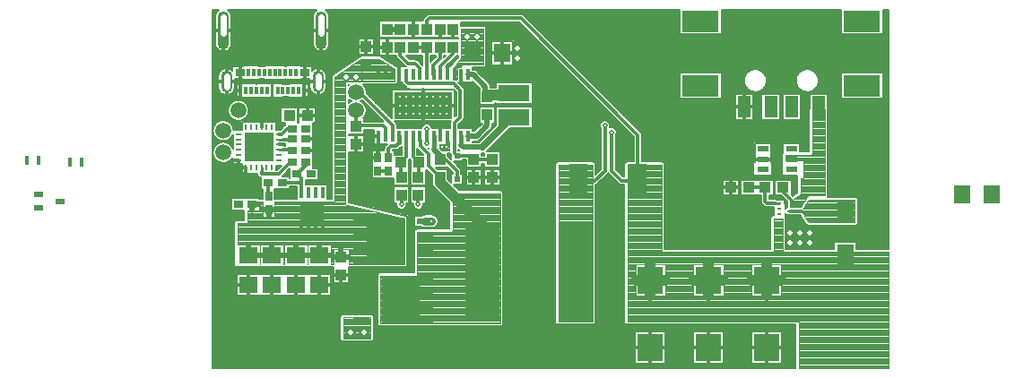
<source format=gbr>
G04 DipTrace 3.3.1.3*
G04 Top.gbr*
%MOMM*%
G04 #@! TF.FileFunction,Copper,L1,Top*
G04 #@! TF.Part,Single*
%ADD13C,0.3*%
%ADD15C,0.5*%
%ADD66C,0.6*%
G04 #@! TA.AperFunction,Conductor*
%ADD10C,0.25*%
G04 #@! TA.AperFunction,ViaPad*
%ADD14C,0.8*%
G04 #@! TA.AperFunction,CopperBalancing*
%ADD16C,1.0*%
G04 #@! TA.AperFunction,Conductor*
%ADD17C,0.4*%
%ADD18C,0.7*%
G04 #@! TA.AperFunction,CopperBalancing*
%ADD19C,0.152*%
%ADD20C,0.1*%
%ADD21R,2.4X2.6*%
%ADD22R,1.0X1.1*%
%ADD23R,1.8X1.6*%
%ADD24R,0.7X0.9*%
%ADD25R,1.1X1.0*%
%ADD26R,1.6X1.8*%
%ADD27R,0.9X0.7*%
%ADD29R,0.6X0.6*%
%ADD31R,0.85X0.5*%
%ADD32R,0.4X0.9*%
%ADD35R,1.25X2.0*%
%ADD36R,3.5X2.0*%
%ADD37R,3.3X9.02*%
%ADD38R,3.0X1.5*%
%ADD39R,1.6X1.9*%
%ADD40R,3.65X4.41*%
%ADD41R,1.35X0.6*%
%ADD42R,1.55X0.6*%
%ADD43R,0.405X0.76*%
%ADD44R,0.405X0.99*%
%ADD45R,2.235X1.725*%
%ADD46R,1.8X3.2*%
%ADD47C,1.5*%
%ADD48R,0.4X1.05*%
%ADD49R,5.5X2.5*%
%ADD51O,1.45X0.2*%
%ADD52O,1.15X0.35*%
%ADD53R,0.45X0.25*%
%ADD55R,1.1X0.6*%
%ADD57R,0.25X0.6*%
%ADD58R,0.6X0.25*%
%ADD59R,2.7X2.7*%
%ADD60R,0.3X0.7*%
G04 #@! TA.AperFunction,ComponentPad*
%ADD61O,1.1X2.1*%
%ADD62O,1.1X3.6*%
G04 #@! TA.AperFunction,ComponentPad*
%ADD63O,0.7X2.2*%
%ADD64R,0.7X2.2*%
%FSLAX35Y35*%
G04*
G71*
G90*
G75*
G01*
G04 Top*
%LPD*%
X3276173Y3250800D2*
D13*
Y3149173D1*
X3270927Y3143927D1*
X3223300D2*
X3270927D1*
X2705427Y4090800D2*
Y4018673D1*
X2821173Y3902927D1*
Y3830800D1*
X2626173Y3250800D2*
Y3054800D1*
X2620050Y3048677D1*
X6123800Y2762927D2*
X6275923D1*
X6412047Y2615677D2*
D10*
X6374547D1*
D13*
X6291547D1*
X6275923Y2631300D1*
Y2762927D1*
X3471173Y3830800D2*
D15*
X3520677D1*
X3636050Y3715427D1*
Y3636053D1*
X3651927Y3620177D1*
D16*
Y3636050D1*
X3886673D1*
X3905923Y3655300D1*
X3406173Y3250800D2*
D17*
Y3167427D1*
D15*
X3429677Y3143923D1*
X3604300D1*
D18*
X3886677Y3426300D1*
X3905923D1*
X1940423Y3001050D2*
D13*
Y2972300D1*
X1858050Y2889927D1*
X1897723Y2715300D2*
Y2850253D1*
X1858050Y2889927D1*
X1716673Y2810550D2*
X1897723D1*
Y2715300D1*
X3651927Y3450177D2*
D15*
Y3350300D1*
X3552427Y3250800D1*
X3471173D1*
X3211173Y3830800D2*
D13*
Y3909670D1*
X3330427Y4028923D1*
Y4090800D1*
X3205427D2*
Y3983303D1*
X3143923Y3921800D1*
Y3833050D1*
X3146173Y3830800D1*
X2830427Y4090800D2*
Y4013047D1*
X2905800Y3937673D1*
X2969303D1*
X3016173Y3890803D1*
Y3830800D1*
X2705427Y4260800D2*
D15*
X2830427D1*
X2842300Y2604173D2*
D13*
Y2693800D1*
X4514923Y2826427D2*
X4667930D1*
X4763177Y2921673D1*
Y3350300D1*
X3341173Y3250800D2*
Y3088430D1*
X3366177Y3063427D1*
X3489677D1*
X3524927Y3028177D1*
X3699550D1*
X2886173Y3830800D2*
Y3766800D1*
X2905797Y3747177D1*
X3334423D1*
X3397927Y3683673D1*
Y3429677D1*
X3341173Y3372923D1*
Y3250800D1*
X3366177Y2843427D2*
Y2921677D1*
X3259677Y3028177D1*
X3207423D1*
D15*
Y3064177D1*
X3146173Y3125427D1*
D17*
Y3250800D1*
X2756173D2*
D13*
Y3216550D1*
X2762923Y3223300D1*
Y3350303D1*
X2445427Y3667800D1*
X2413677D1*
X2715303Y3048677D2*
Y3128053D1*
X2747050Y3159800D1*
X2794677D1*
X2821173Y3186297D1*
D17*
Y3250800D1*
X2715303Y2918677D2*
D13*
X2620050D1*
X2955427Y4090800D2*
X3080427D1*
Y3831547D1*
X3081173Y3830800D1*
X2691173Y3250800D2*
Y3326803D1*
X2667677Y3350300D1*
X2413673D1*
Y3345677D1*
Y3493177D2*
Y3345677D1*
X2951173Y3250800D2*
Y3056550D1*
X3006673Y3001050D1*
Y2869427D1*
X3001047Y2863800D1*
X2886173Y3250800D2*
Y3050550D1*
X2836673Y3001050D1*
Y2869427D1*
X2842300Y2863800D1*
X1684927Y3269423D2*
X1713673D1*
X1762800Y3318550D1*
X1810423D1*
X1519927Y2954423D2*
D10*
Y2909423D1*
D13*
Y2894677D1*
X1524677Y2889927D1*
X1683427D1*
X1794550Y3001050D1*
X1810423D1*
X1586673Y2810550D2*
Y2686550D1*
X1588173Y2685050D1*
X1684927Y3119423D2*
D10*
X1729927D1*
D13*
X1801793D1*
X1809043Y3112173D1*
X1810423D1*
X1684927Y3219423D2*
D10*
X1729927D1*
D13*
X1774800D1*
X1778677Y3223300D1*
X1810423D1*
X3016173Y3250800D2*
Y3215427D1*
X3020800Y3210800D1*
Y3155927D1*
X3096300Y3080427D1*
Y2969300D1*
X3207423Y2858177D1*
D16*
Y2810553D1*
X3604300Y2413677D1*
Y1953300D1*
X3080800Y3320800D2*
D13*
Y3251173D1*
X3081173Y3250800D1*
X3080800Y3180800D2*
Y3250427D1*
X3128050Y2445427D2*
D14*
X3062423D1*
X3001050Y2604173D2*
D13*
Y2693800D1*
X3001047D1*
X5074923Y2826427D2*
X4921923D1*
X4826673Y2921677D1*
Y3286800D1*
X3080427Y4260800D2*
Y4338173D1*
X3108553Y4366300D1*
X3969427D1*
X5074923Y3260803D1*
Y2826427D1*
X6445923Y2762927D2*
Y2721800D1*
X6572047Y2595677D1*
D15*
X3128050Y2445427D3*
X3001050Y2604173D3*
X2842300D3*
X3080800Y3320800D3*
X4763177Y3350300D3*
X4826673Y3286800D3*
X3080800Y3180800D3*
X3270927Y3143927D3*
X3223300D3*
D16*
X2366050Y1397673D3*
X2493050D3*
D14*
X6509427Y2334300D3*
X3937677Y4080550D3*
X6509423Y2239050D3*
X6699927Y2334300D3*
X3937673Y3985300D3*
X6699927Y2239050D3*
X6604673D3*
Y2334300D3*
X3461427Y4191677D3*
X3556673D3*
X2413677Y3810673D3*
X2318427Y3810677D3*
D15*
X2826427Y3461423D3*
X2889927D3*
X2953427D3*
X3016923D3*
X3080427D3*
X3143927D3*
X3207423D3*
X3270927D3*
X2826427Y3540800D3*
X2889927D3*
X2953430D3*
X3016920D3*
X3080430D3*
X3143930D3*
X3207420D3*
X3270923D3*
X2826430Y3620173D3*
X2889930D3*
X2953433D3*
X3016923D3*
X3080433D3*
X3143933D3*
X3207423D3*
X3270930D3*
X1059933Y4428333D2*
D19*
X1100357D1*
X1220217D2*
X2024677D1*
X2143913D2*
X5466883D1*
X5866727D2*
X6991870D1*
X7391713D2*
X7441667D1*
X1059933Y4413467D2*
X1090087D1*
X1230520D2*
X2014080D1*
X2154513D2*
X5466883D1*
X5866727D2*
X6991870D1*
X7391713D2*
X7441667D1*
X1059933Y4398600D2*
X1083793D1*
X1236813D2*
X2007787D1*
X2160807D2*
X3086243D1*
X3991723D2*
X5466883D1*
X5866727D2*
X6991870D1*
X7391713D2*
X7441667D1*
X1059933Y4383733D2*
X1080793D1*
X1239810D2*
X2004787D1*
X2163807D2*
X3070153D1*
X4007843D2*
X5466883D1*
X5866727D2*
X6991870D1*
X7391713D2*
X7441667D1*
X1059933Y4368867D2*
X1080377D1*
X1240227D2*
X2004370D1*
X2164220D2*
X3055280D1*
X4022687D2*
X5466883D1*
X5866727D2*
X6991870D1*
X7391713D2*
X7441667D1*
X1059933Y4354000D2*
X1080377D1*
X1240227D2*
X2004370D1*
X2164220D2*
X3043910D1*
X4037560D2*
X5466883D1*
X5866727D2*
X6991870D1*
X7391713D2*
X7441667D1*
X1059933Y4339133D2*
X1080377D1*
X1240227D2*
X2004370D1*
X2164220D2*
X2630510D1*
X4052433D2*
X5466883D1*
X5866727D2*
X6991870D1*
X7391713D2*
X7441667D1*
X1059933Y4324267D2*
X1080377D1*
X1240227D2*
X2004370D1*
X2164220D2*
X2630510D1*
X3405367D2*
X3955613D1*
X4067307D2*
X5466883D1*
X5866727D2*
X6991870D1*
X7391713D2*
X7441667D1*
X1059933Y4309400D2*
X1080377D1*
X1240227D2*
X2004370D1*
X2164220D2*
X2630510D1*
X3405367D2*
X3970487D1*
X4082153D2*
X5466883D1*
X5866727D2*
X6991870D1*
X7391713D2*
X7441667D1*
X1059933Y4294533D2*
X1080377D1*
X1240227D2*
X2004370D1*
X2164220D2*
X2630510D1*
X3405367D2*
X3985360D1*
X4097027D2*
X5466883D1*
X5866727D2*
X6991870D1*
X7391713D2*
X7441667D1*
X1059933Y4279667D2*
X1080377D1*
X1240227D2*
X2004370D1*
X2164220D2*
X2630510D1*
X3643460D2*
X4000233D1*
X4111900D2*
X5466883D1*
X5866727D2*
X6991870D1*
X7391713D2*
X7441667D1*
X1059933Y4264800D2*
X1080377D1*
X1240227D2*
X2004370D1*
X2164220D2*
X2630510D1*
X3645093D2*
X4015077D1*
X4126773D2*
X5466883D1*
X5866727D2*
X6991870D1*
X7391713D2*
X7441667D1*
X1059933Y4249933D2*
X1080377D1*
X1240227D2*
X2004370D1*
X2164220D2*
X2630510D1*
X3645093D2*
X4029950D1*
X4141617D2*
X5466883D1*
X5866727D2*
X6991870D1*
X7391713D2*
X7441667D1*
X1059933Y4235067D2*
X1080377D1*
X1240227D2*
X2004370D1*
X2164220D2*
X2630510D1*
X3645093D2*
X4044823D1*
X4156490D2*
X5466883D1*
X5866727D2*
X6991870D1*
X7391713D2*
X7441667D1*
X1059933Y4220200D2*
X1080377D1*
X1240227D2*
X2004370D1*
X2164220D2*
X2630510D1*
X3645093D2*
X4059697D1*
X4171363D2*
X5466883D1*
X5866727D2*
X6991870D1*
X7391713D2*
X7441667D1*
X1059933Y4205333D2*
X1080377D1*
X1240227D2*
X2004370D1*
X2164220D2*
X2630510D1*
X3645093D2*
X4074570D1*
X4186237D2*
X7441667D1*
X1059933Y4190467D2*
X1080377D1*
X1240227D2*
X2004370D1*
X2164220D2*
X2630510D1*
X3645093D2*
X4089413D1*
X4201110D2*
X7441667D1*
X1059933Y4175600D2*
X1080377D1*
X1240227D2*
X2004370D1*
X2164220D2*
X3372993D1*
X3645093D2*
X4104287D1*
X4215953D2*
X7441667D1*
X1059933Y4160733D2*
X1080377D1*
X1240227D2*
X2004370D1*
X2164220D2*
X2434010D1*
X2583853D2*
X2630510D1*
X3645093D2*
X4119160D1*
X4230827D2*
X7441667D1*
X1059933Y4145867D2*
X1080377D1*
X1240227D2*
X2004370D1*
X2164220D2*
X2434010D1*
X2583853D2*
X2630510D1*
X3645093D2*
X3689880D1*
X3899723D2*
X4134033D1*
X4245700D2*
X7441667D1*
X1059933Y4131000D2*
X1080377D1*
X1240227D2*
X2004370D1*
X2164220D2*
X2434010D1*
X2583853D2*
X2630510D1*
X3645093D2*
X3689880D1*
X3899723D2*
X4148877D1*
X4260573D2*
X7441667D1*
X1059933Y4116133D2*
X1080943D1*
X1239633D2*
X2004967D1*
X2163657D2*
X2434010D1*
X2583853D2*
X2630510D1*
X3645093D2*
X3689880D1*
X3899723D2*
X4163750D1*
X4275417D2*
X7441667D1*
X1059933Y4101267D2*
X1084267D1*
X1236337D2*
X2008260D1*
X2160333D2*
X2434010D1*
X2583853D2*
X2630510D1*
X3645093D2*
X3689880D1*
X3899723D2*
X4178623D1*
X4290290D2*
X7441667D1*
X1059933Y4086400D2*
X1090917D1*
X1229687D2*
X2014910D1*
X2153683D2*
X2434010D1*
X2583853D2*
X2630510D1*
X3645093D2*
X3689880D1*
X3899723D2*
X4193497D1*
X4305163D2*
X7441667D1*
X1059933Y4071533D2*
X1102050D1*
X1218527D2*
X2026073D1*
X2142550D2*
X2434010D1*
X2583853D2*
X2630510D1*
X3645093D2*
X3689880D1*
X3899723D2*
X4208343D1*
X4320037D2*
X7441667D1*
X1059933Y4056667D2*
X1121553D1*
X1199050D2*
X2045547D1*
X2123043D2*
X2434010D1*
X2583853D2*
X2630510D1*
X3645093D2*
X3689880D1*
X3899723D2*
X4223217D1*
X4334910D2*
X7441667D1*
X1059933Y4041800D2*
X2434010D1*
X2583853D2*
X2630510D1*
X3645093D2*
X3689880D1*
X3899723D2*
X4238090D1*
X4349757D2*
X7441667D1*
X1059933Y4026933D2*
X2434010D1*
X2583853D2*
X2630510D1*
X3645093D2*
X3689880D1*
X3899723D2*
X4252963D1*
X4364630D2*
X7441667D1*
X1059933Y4012067D2*
X2790497D1*
X2887230D2*
X3040493D1*
X3120367D2*
X3165510D1*
X3245350D2*
X3257717D1*
X3366447D2*
X3373020D1*
X3645093D2*
X3689880D1*
X3899723D2*
X4267837D1*
X4379503D2*
X7441667D1*
X1059933Y3997200D2*
X2434010D1*
X2661783D2*
X2793910D1*
X2902103D2*
X3040493D1*
X3120367D2*
X3163490D1*
X3354540D2*
X3372993D1*
X3645093D2*
X3689880D1*
X3899723D2*
X4282680D1*
X4394377D2*
X7441667D1*
X1059933Y3982333D2*
X2414147D1*
X2684107D2*
X2805310D1*
X2916977D2*
X3040493D1*
X3120367D2*
X3148617D1*
X3339667D2*
X3363467D1*
X3645093D2*
X3689880D1*
X3899723D2*
X4297553D1*
X4409220D2*
X7441667D1*
X1059933Y3967467D2*
X2392537D1*
X2706403D2*
X2820183D1*
X2995057D2*
X3040493D1*
X3120367D2*
X3133743D1*
X3324793D2*
X3351087D1*
X3645093D2*
X3689880D1*
X3899723D2*
X4312427D1*
X4424093D2*
X7441667D1*
X1059933Y3952600D2*
X2370893D1*
X2728700D2*
X2835027D1*
X3010227D2*
X3040493D1*
X3309950D2*
X3338677D1*
X3645093D2*
X3689880D1*
X3899723D2*
X4327300D1*
X4438967D2*
X7441667D1*
X1059933Y3937733D2*
X2349280D1*
X2750993D2*
X2849900D1*
X3025070D2*
X3040493D1*
X3295077D2*
X3326297D1*
X3645093D2*
X3689880D1*
X3899723D2*
X4342143D1*
X4453840D2*
X7441667D1*
X1059933Y3922867D2*
X2327640D1*
X2773290D2*
X2864773D1*
X3280203D2*
X3313917D1*
X3645093D2*
X3689880D1*
X3899723D2*
X4357017D1*
X4468683D2*
X7441667D1*
X1059933Y3908000D2*
X1247370D1*
X1997230D2*
X2306027D1*
X2795347D2*
X2879887D1*
X3265330D2*
X3301507D1*
X3640610D2*
X4371890D1*
X4483557D2*
X7441667D1*
X1059933Y3893133D2*
X1247370D1*
X1997230D2*
X2284413D1*
X3516100D2*
X4386763D1*
X4498430D2*
X7441667D1*
X1059933Y3878267D2*
X1142900D1*
X1237673D2*
X1247370D1*
X1997230D2*
X2006923D1*
X2101700D2*
X2262770D1*
X3531687D2*
X4401637D1*
X4513303D2*
X6150677D1*
X6217900D2*
X6640697D1*
X6707923D2*
X7441667D1*
X1059933Y3863400D2*
X1127343D1*
X2117257D2*
X2241160D1*
X3558050D2*
X4416480D1*
X4528177D2*
X6120483D1*
X6248123D2*
X6610477D1*
X6738113D2*
X7441667D1*
X1059933Y3848533D2*
X1118050D1*
X2126547D2*
X2219517D1*
X3572923D2*
X4431353D1*
X4543020D2*
X6103473D1*
X6265133D2*
X6593467D1*
X6755127D2*
X7441667D1*
X1059933Y3833667D2*
X1112707D1*
X2131890D2*
X2197903D1*
X3587797D2*
X4446227D1*
X4557893D2*
X5466883D1*
X5866727D2*
X6091893D1*
X6276710D2*
X6581917D1*
X6766703D2*
X6991870D1*
X7391713D2*
X7441667D1*
X1059933Y3818800D2*
X1110480D1*
X2134117D2*
X2183833D1*
X3602670D2*
X4461100D1*
X4572767D2*
X5466883D1*
X5866727D2*
X6083880D1*
X6284727D2*
X6573870D1*
X6774750D2*
X6991870D1*
X7391713D2*
X7441667D1*
X1059933Y3803933D2*
X1110363D1*
X2134237D2*
X2182377D1*
X3617513D2*
X4475943D1*
X4587640D2*
X5466883D1*
X5866727D2*
X6078537D1*
X6290070D2*
X6568527D1*
X6780063D2*
X6991870D1*
X7391713D2*
X7441667D1*
X1059933Y3789067D2*
X1110363D1*
X1270240D2*
X1347567D1*
X1497023D2*
X1547570D1*
X1897033D2*
X1974387D1*
X2134237D2*
X2182377D1*
X3632387D2*
X4490817D1*
X4602483D2*
X5466883D1*
X5866727D2*
X6075507D1*
X6293100D2*
X6565500D1*
X6783090D2*
X6991870D1*
X7391713D2*
X7441667D1*
X1059933Y3774200D2*
X1110363D1*
X1270240D2*
X1974387D1*
X2134237D2*
X2182377D1*
X3647260D2*
X4505693D1*
X4617357D2*
X5466883D1*
X5866727D2*
X6074587D1*
X6294020D2*
X6564580D1*
X6784010D2*
X6991870D1*
X7391713D2*
X7441667D1*
X1059933Y3759333D2*
X1110363D1*
X1270240D2*
X1974387D1*
X2134237D2*
X2182377D1*
X3516100D2*
X3522157D1*
X3662133D2*
X4520567D1*
X4632233D2*
X5466883D1*
X5866727D2*
X6075717D1*
X6292890D2*
X6565707D1*
X6782913D2*
X6991870D1*
X7391713D2*
X7441667D1*
X1059933Y3744467D2*
X1110363D1*
X1270240D2*
X1322567D1*
X1722027D2*
X1772570D1*
X1922030D2*
X1974387D1*
X2134237D2*
X2182377D1*
X2794547D2*
X2853403D1*
X3392957D2*
X3537017D1*
X3676293D2*
X3730997D1*
X4080847D2*
X4535410D1*
X4647107D2*
X5466883D1*
X5866727D2*
X6078950D1*
X6289657D2*
X6568943D1*
X6779647D2*
X6991870D1*
X7391713D2*
X7441667D1*
X1059933Y3729600D2*
X1110363D1*
X1270240D2*
X1282370D1*
X1962227D2*
X1974387D1*
X2134237D2*
X2182377D1*
X2491793D2*
X2867537D1*
X3407830D2*
X3551893D1*
X3683863D2*
X3730997D1*
X4080847D2*
X4550283D1*
X4661980D2*
X5466883D1*
X5866727D2*
X6084533D1*
X6284073D2*
X6574523D1*
X6774067D2*
X6991870D1*
X7391713D2*
X7441667D1*
X1059933Y3714733D2*
X1110363D1*
X1270240D2*
X1282370D1*
X1962227D2*
X1974357D1*
X2134237D2*
X2182377D1*
X2501680D2*
X2882410D1*
X3422703D2*
X3566767D1*
X3685973D2*
X3730997D1*
X4080847D2*
X4565157D1*
X4676823D2*
X5466883D1*
X5866727D2*
X6092843D1*
X6275733D2*
X6582867D1*
X6765753D2*
X6991870D1*
X7391713D2*
X7441667D1*
X1059933Y3699867D2*
X1111787D1*
X1268817D2*
X1282370D1*
X1962227D2*
X1975783D1*
X2132810D2*
X2182377D1*
X2508240D2*
X2898083D1*
X3434283D2*
X3581640D1*
X4080847D2*
X4580030D1*
X4691697D2*
X5466883D1*
X5866727D2*
X6104840D1*
X6263767D2*
X6594830D1*
X6753760D2*
X6991870D1*
X7391713D2*
X7441667D1*
X1059933Y3685000D2*
X1116210D1*
X1264393D2*
X1282370D1*
X1962227D2*
X1980207D1*
X2128387D2*
X2182377D1*
X2512100D2*
X2748757D1*
X3437843D2*
X3577007D1*
X4080847D2*
X4594903D1*
X4706570D2*
X5466883D1*
X5866727D2*
X6122593D1*
X6246013D2*
X6612583D1*
X6736007D2*
X6991870D1*
X7391713D2*
X7441667D1*
X1059933Y3670133D2*
X1124257D1*
X1256347D2*
X1282370D1*
X1962227D2*
X1988250D1*
X2120343D2*
X2182377D1*
X2513583D2*
X2748757D1*
X3348603D2*
X3355627D1*
X3437843D2*
X3577007D1*
X4080847D2*
X4609747D1*
X4721443D2*
X5466883D1*
X5866727D2*
X6155813D1*
X6212793D2*
X6645803D1*
X6702787D2*
X6991870D1*
X7391713D2*
X7441667D1*
X1059933Y3655267D2*
X1137617D1*
X1242987D2*
X1282370D1*
X1962227D2*
X2001610D1*
X2106983D2*
X2182377D1*
X2513790D2*
X2748757D1*
X3348603D2*
X3357997D1*
X3437843D2*
X3577007D1*
X4080847D2*
X4624620D1*
X4736287D2*
X5466883D1*
X5866727D2*
X6991870D1*
X7391713D2*
X7441667D1*
X1059933Y3640400D2*
X1163650D1*
X1216953D2*
X1282370D1*
X1962227D2*
X2027647D1*
X2080947D2*
X2182377D1*
X2528663D2*
X2748757D1*
X3348603D2*
X3357997D1*
X3437843D2*
X3577007D1*
X4080847D2*
X4639493D1*
X4751160D2*
X5466883D1*
X5866727D2*
X5991877D1*
X6166720D2*
X6241877D1*
X6416717D2*
X6441880D1*
X6616723D2*
X6691880D1*
X6866720D2*
X6991870D1*
X7391713D2*
X7441667D1*
X1059933Y3625533D2*
X1282370D1*
X1962227D2*
X2182377D1*
X2543537D2*
X2748757D1*
X3348603D2*
X3357997D1*
X3437843D2*
X3577007D1*
X4080847D2*
X4654367D1*
X4766033D2*
X5466883D1*
X5866727D2*
X5991877D1*
X6166720D2*
X6241877D1*
X6416717D2*
X6441880D1*
X6616723D2*
X6691880D1*
X6866720D2*
X6991870D1*
X7391713D2*
X7441667D1*
X1059933Y3610667D2*
X2182377D1*
X2558410D2*
X2748757D1*
X3348603D2*
X3357997D1*
X3437843D2*
X3577007D1*
X4080847D2*
X4669210D1*
X4780907D2*
X5466883D1*
X5866727D2*
X5991877D1*
X6166720D2*
X6241877D1*
X6416717D2*
X6441880D1*
X6616723D2*
X6691880D1*
X6866720D2*
X6991870D1*
X7391713D2*
X7441667D1*
X1059933Y3595800D2*
X2182377D1*
X2573257D2*
X2748757D1*
X3348603D2*
X3357997D1*
X3437843D2*
X3577007D1*
X4080847D2*
X4684083D1*
X4795750D2*
X5991877D1*
X6166720D2*
X6241877D1*
X6416717D2*
X6441880D1*
X6616723D2*
X6691880D1*
X6866720D2*
X7441667D1*
X1059933Y3580933D2*
X1256393D1*
X1348467D2*
X2182377D1*
X2343357D2*
X2365907D1*
X2461453D2*
X2476463D1*
X2588130D2*
X2748757D1*
X3348603D2*
X3357997D1*
X3437843D2*
X3577007D1*
X4080847D2*
X4698957D1*
X4810623D2*
X5991877D1*
X6166720D2*
X6241877D1*
X6416717D2*
X6441880D1*
X6616723D2*
X6691880D1*
X6866720D2*
X7441667D1*
X1059933Y3566067D2*
X1234783D1*
X1370050D2*
X2182377D1*
X2481313D2*
X2491317D1*
X2603003D2*
X2748757D1*
X3348603D2*
X3357997D1*
X3437843D2*
X3577007D1*
X4080847D2*
X4713830D1*
X4825497D2*
X5991877D1*
X6166720D2*
X6241877D1*
X6416717D2*
X6441880D1*
X6616723D2*
X6691880D1*
X6866720D2*
X7441667D1*
X1059933Y3551200D2*
X1221423D1*
X1383440D2*
X2182377D1*
X2494673D2*
X2506180D1*
X2617877D2*
X2748757D1*
X3348603D2*
X3357997D1*
X3437843D2*
X3577007D1*
X3726853D2*
X4728703D1*
X4840370D2*
X5991877D1*
X6166720D2*
X6241877D1*
X6416717D2*
X6441880D1*
X6616723D2*
X6691880D1*
X6866720D2*
X7441667D1*
X1059933Y3536333D2*
X1212457D1*
X1392377D2*
X2182377D1*
X2503637D2*
X2521053D1*
X2632720D2*
X2748757D1*
X3348603D2*
X3357997D1*
X3437843D2*
X4743547D1*
X4855243D2*
X5991877D1*
X6166720D2*
X6241877D1*
X6416717D2*
X6441880D1*
X6616723D2*
X6691880D1*
X6866720D2*
X7441667D1*
X1059933Y3521467D2*
X1206667D1*
X1398193D2*
X2182377D1*
X2509457D2*
X2535927D1*
X2647593D2*
X2748757D1*
X3348603D2*
X3357997D1*
X3437843D2*
X3577007D1*
X4080847D2*
X4758420D1*
X4870087D2*
X5991877D1*
X6166720D2*
X6241877D1*
X6416717D2*
X6441880D1*
X6616723D2*
X6691880D1*
X6866720D2*
X7441667D1*
X1059933Y3506600D2*
X1203433D1*
X1401430D2*
X1703370D1*
X1863220D2*
X1873360D1*
X2033240D2*
X2182377D1*
X2512693D2*
X2550800D1*
X2662467D2*
X2748757D1*
X3348603D2*
X3357997D1*
X3437843D2*
X3577007D1*
X4080847D2*
X4773293D1*
X4884960D2*
X5991877D1*
X6166720D2*
X6241877D1*
X6416717D2*
X6441880D1*
X6616723D2*
X6690870D1*
X6867730D2*
X7441667D1*
X1059933Y3491733D2*
X1202513D1*
X1402350D2*
X1703370D1*
X1863220D2*
X1873360D1*
X2033240D2*
X2182377D1*
X2513583D2*
X2565643D1*
X2677340D2*
X2748757D1*
X3348603D2*
X3357997D1*
X3437843D2*
X3577007D1*
X4080847D2*
X4788167D1*
X4899833D2*
X5991877D1*
X6166720D2*
X6241877D1*
X6416717D2*
X6441880D1*
X6616723D2*
X6690870D1*
X6867730D2*
X7441667D1*
X1059933Y3476867D2*
X1203847D1*
X1400983D2*
X1703370D1*
X1863220D2*
X1873360D1*
X2033240D2*
X2182377D1*
X2512247D2*
X2580517D1*
X2692183D2*
X2748757D1*
X3348603D2*
X3357997D1*
X3437843D2*
X3577007D1*
X4080847D2*
X4803013D1*
X4914707D2*
X5991877D1*
X6166720D2*
X6241877D1*
X6416717D2*
X6441880D1*
X6616723D2*
X6690870D1*
X6867730D2*
X7441667D1*
X1059933Y3462000D2*
X1207560D1*
X1397273D2*
X1703370D1*
X1863220D2*
X1873360D1*
X2033240D2*
X2182377D1*
X2508537D2*
X2595390D1*
X2707057D2*
X2748757D1*
X3348603D2*
X3357997D1*
X3437843D2*
X3577007D1*
X4080847D2*
X4817887D1*
X4929553D2*
X5991877D1*
X6166720D2*
X6241877D1*
X6416717D2*
X6441880D1*
X6616723D2*
X6690870D1*
X6867730D2*
X7441667D1*
X1059933Y3447133D2*
X1213943D1*
X1390920D2*
X1703370D1*
X1863220D2*
X1873360D1*
X2033240D2*
X2182377D1*
X2502153D2*
X2610263D1*
X2721930D2*
X2748757D1*
X3348603D2*
X3357997D1*
X3437843D2*
X3577007D1*
X4080847D2*
X4832760D1*
X4944427D2*
X5991877D1*
X6166720D2*
X6241877D1*
X6416717D2*
X6441880D1*
X6616723D2*
X6690870D1*
X6867730D2*
X7441667D1*
X1059933Y3432267D2*
X1223620D1*
X1381243D2*
X1703370D1*
X1863220D2*
X1873360D1*
X2033240D2*
X2182377D1*
X2492477D2*
X2625137D1*
X2736803D2*
X2748757D1*
X3437843D2*
X3577007D1*
X4080847D2*
X4847633D1*
X4959300D2*
X5991877D1*
X6166720D2*
X6241877D1*
X6416717D2*
X6441880D1*
X6616723D2*
X6690870D1*
X6867730D2*
X7441667D1*
X1059933Y3417400D2*
X1238107D1*
X1366727D2*
X1703370D1*
X1863220D2*
X1873360D1*
X2033240D2*
X2182377D1*
X2488617D2*
X2639980D1*
X3435827D2*
X3577007D1*
X4080847D2*
X4862477D1*
X4974173D2*
X5991877D1*
X6166720D2*
X6241877D1*
X6416717D2*
X6441880D1*
X6616723D2*
X6690870D1*
X6867730D2*
X7441667D1*
X1059933Y3402533D2*
X1262600D1*
X1342263D2*
X1703370D1*
X1863220D2*
X1873360D1*
X2033240D2*
X2182377D1*
X2488617D2*
X2654853D1*
X3426623D2*
X3577007D1*
X4080847D2*
X4877350D1*
X4989017D2*
X5991877D1*
X6166720D2*
X6241877D1*
X6416717D2*
X6441880D1*
X6616723D2*
X6690870D1*
X6867730D2*
X7441667D1*
X1059933Y3387667D2*
X1108433D1*
X1210657D2*
X1332513D1*
X1657367D2*
X1703370D1*
X1863220D2*
X1873360D1*
X2033240D2*
X2182377D1*
X2781393D2*
X3304180D1*
X3411750D2*
X3577007D1*
X4080847D2*
X4730870D1*
X4795483D2*
X4892223D1*
X5003890D2*
X6690870D1*
X6867730D2*
X7441667D1*
X1059933Y3372800D2*
X1088987D1*
X1230103D2*
X1332513D1*
X1657367D2*
X1703370D1*
X2033240D2*
X2182377D1*
X2795583D2*
X3301240D1*
X3396877D2*
X3577007D1*
X4080847D2*
X4718790D1*
X4807567D2*
X4907097D1*
X5018763D2*
X6690870D1*
X6867730D2*
X7441667D1*
X1059933Y3357933D2*
X1076607D1*
X1242483D2*
X1332513D1*
X1657367D2*
X1740510D1*
X2010350D2*
X2182377D1*
X2802087D2*
X3048213D1*
X3113390D2*
X3301240D1*
X3382033D2*
X3589593D1*
X3701857D2*
X3730997D1*
X4080847D2*
X4713860D1*
X4812493D2*
X4921970D1*
X5033637D2*
X6690870D1*
X6867730D2*
X7441667D1*
X1059933Y3343067D2*
X1068313D1*
X1250797D2*
X1332513D1*
X1657367D2*
X1731483D1*
X2010350D2*
X2182377D1*
X2802857D2*
X3036310D1*
X3125293D2*
X3301240D1*
X3381110D2*
X3574720D1*
X3701320D2*
X3719330D1*
X4080847D2*
X4713800D1*
X4812553D2*
X4936813D1*
X5048510D2*
X6690870D1*
X6867730D2*
X7441667D1*
X1256110Y3328200D2*
X1332513D1*
X1657367D2*
X1716610D1*
X2010350D2*
X2182377D1*
X2802857D2*
X3031440D1*
X3130163D2*
X3301240D1*
X3381110D2*
X3559847D1*
X3696510D2*
X3704457D1*
X4080847D2*
X4718580D1*
X4853283D2*
X4951687D1*
X5063353D2*
X6690870D1*
X6867730D2*
X7441667D1*
X1258900Y3313333D2*
X1332513D1*
X1657367D2*
X1701737D1*
X2010350D2*
X2182377D1*
X3516100D2*
X3544973D1*
X3684933D2*
X3689580D1*
X3857833D2*
X4723243D1*
X4868693D2*
X4966560D1*
X5078227D2*
X6690870D1*
X6867730D2*
X7441667D1*
X2010350Y3298467D2*
X2182377D1*
X2488617D2*
X2581260D1*
X3670060D2*
X3674733D1*
X3842960D2*
X4723243D1*
X4875163D2*
X4981433D1*
X5093100D2*
X6690870D1*
X6867730D2*
X7441667D1*
X2010350Y3283600D2*
X2182377D1*
X2488617D2*
X2581260D1*
X3655217D2*
X3659837D1*
X3828087D2*
X4723243D1*
X4876500D2*
X4996277D1*
X5107350D2*
X6690870D1*
X6867730D2*
X7441667D1*
X1059933Y3268733D2*
X1065643D1*
X2010350D2*
X2182377D1*
X2488617D2*
X2581260D1*
X3640343D2*
X3645010D1*
X3813243D2*
X4723243D1*
X4873117D2*
X5011150D1*
X5114030D2*
X6690870D1*
X6867730D2*
X7441667D1*
X1059933Y3253867D2*
X1072570D1*
X2010350D2*
X2182377D1*
X2488617D2*
X2581260D1*
X3625470D2*
X3630123D1*
X3798370D2*
X4723243D1*
X4866613D2*
X5026023D1*
X5114860D2*
X6690870D1*
X6867730D2*
X7441667D1*
X1059933Y3239000D2*
X1082990D1*
X1236100D2*
X1250013D1*
X2010350D2*
X2182377D1*
X2488617D2*
X2581260D1*
X3610597D2*
X3615263D1*
X3783497D2*
X4723243D1*
X4866613D2*
X5034990D1*
X5114860D2*
X6690870D1*
X6867730D2*
X7441667D1*
X1059933Y3224133D2*
X1098723D1*
X1220367D2*
X1250013D1*
X2010350D2*
X2182377D1*
X2488617D2*
X2581260D1*
X3595753D2*
X3600397D1*
X3768623D2*
X4723243D1*
X4866613D2*
X5034990D1*
X5114860D2*
X6690870D1*
X6867730D2*
X7441667D1*
X1059933Y3209267D2*
X1127047D1*
X1192043D2*
X1250013D1*
X2010350D2*
X2182377D1*
X2488617D2*
X2581260D1*
X3578800D2*
X3585513D1*
X3753780D2*
X4723243D1*
X4866613D2*
X5034990D1*
X5114860D2*
X6690870D1*
X6867730D2*
X7441667D1*
X1059933Y3194400D2*
X1150263D1*
X1168857D2*
X1250013D1*
X2010350D2*
X2182377D1*
X2488617D2*
X2581260D1*
X3516100D2*
X3570653D1*
X3738907D2*
X4723243D1*
X4866613D2*
X5034990D1*
X5114860D2*
X6690870D1*
X6867730D2*
X7441667D1*
X1059933Y3179533D2*
X1105523D1*
X1213567D2*
X1250013D1*
X2010350D2*
X2182377D1*
X2488617D2*
X2581260D1*
X3724033D2*
X4723243D1*
X4866613D2*
X5034990D1*
X5114860D2*
X6175493D1*
X6335343D2*
X6445503D1*
X6605353D2*
X6690870D1*
X6867730D2*
X7441667D1*
X1059933Y3164667D2*
X1087237D1*
X1231857D2*
X1250013D1*
X2010350D2*
X2182377D1*
X2488617D2*
X2696090D1*
X3709157D2*
X4723243D1*
X4866613D2*
X5034990D1*
X5114860D2*
X6175493D1*
X6335343D2*
X6445503D1*
X6605353D2*
X6690870D1*
X6867730D2*
X7441667D1*
X1059933Y3149800D2*
X1075450D1*
X1243670D2*
X1250017D1*
X2010350D2*
X2182377D1*
X2488617D2*
X2682137D1*
X3694283D2*
X4723243D1*
X4866613D2*
X5034990D1*
X5114860D2*
X6175493D1*
X6335343D2*
X6445503D1*
X6605353D2*
X6690870D1*
X6867730D2*
X7441667D1*
X1059933Y3134933D2*
X1067543D1*
X2010350D2*
X2182377D1*
X2488617D2*
X2675993D1*
X2825657D2*
X2846250D1*
X3679440D2*
X4723243D1*
X4866613D2*
X5034990D1*
X5114860D2*
X6175493D1*
X6335343D2*
X6445503D1*
X6605353D2*
X6690870D1*
X6867730D2*
X7441667D1*
X2010350Y3120067D2*
X2182377D1*
X2488617D2*
X2675367D1*
X2763167D2*
X2846250D1*
X2991107D2*
X3000820D1*
X3664567D2*
X4723243D1*
X4866613D2*
X5034990D1*
X5114860D2*
X6175493D1*
X6335343D2*
X6445503D1*
X6605353D2*
X6690870D1*
X6867730D2*
X7441667D1*
X2010350Y3105200D2*
X2182377D1*
X2488617D2*
X2560120D1*
X2775220D2*
X2846250D1*
X2991107D2*
X3015677D1*
X3774470D2*
X4723243D1*
X4866613D2*
X5034990D1*
X5114860D2*
X6175493D1*
X6335343D2*
X6445503D1*
X6605353D2*
X6690870D1*
X6867730D2*
X7441667D1*
X2010350Y3090333D2*
X2182377D1*
X2343357D2*
X2560120D1*
X2775220D2*
X2846250D1*
X2991107D2*
X3030550D1*
X3774470D2*
X4723243D1*
X4866613D2*
X5034990D1*
X5114860D2*
X6175493D1*
X6335343D2*
X6439060D1*
X6867730D2*
X7441667D1*
X2010350Y3075467D2*
X2182377D1*
X2343357D2*
X2560120D1*
X2775220D2*
X2846250D1*
X2991107D2*
X3045423D1*
X3282340D2*
X3303497D1*
X3599850D2*
X3624627D1*
X3774470D2*
X4723243D1*
X4866613D2*
X5034990D1*
X5114860D2*
X6175493D1*
X6335343D2*
X6436863D1*
X6867730D2*
X7441667D1*
X1059933Y3060600D2*
X1066297D1*
X2010350D2*
X2182377D1*
X2343357D2*
X2560120D1*
X3282340D2*
X3311243D1*
X3774470D2*
X4723243D1*
X4866613D2*
X5034990D1*
X5114860D2*
X6175493D1*
X6335343D2*
X6436863D1*
X6867730D2*
X7441667D1*
X1059933Y3045733D2*
X1073610D1*
X2010350D2*
X2182377D1*
X2343357D2*
X2560120D1*
X3297957D2*
X3311243D1*
X3774470D2*
X4723243D1*
X4866613D2*
X5034990D1*
X5114860D2*
X6175493D1*
X6335343D2*
X6436863D1*
X6867730D2*
X7441667D1*
X1059933Y3030867D2*
X1084533D1*
X1234587D2*
X1240187D1*
X2010350D2*
X2182377D1*
X2343357D2*
X2560120D1*
X3774470D2*
X4723243D1*
X4866613D2*
X5034990D1*
X5114860D2*
X6175493D1*
X6335343D2*
X6436863D1*
X6867730D2*
X7441667D1*
X1059933Y3016000D2*
X1101130D1*
X1217960D2*
X1250013D1*
X2010350D2*
X2182377D1*
X2343357D2*
X2560120D1*
X2916590D2*
X2926733D1*
X3421100D2*
X3450003D1*
X3774470D2*
X4723243D1*
X4866613D2*
X5034990D1*
X5114860D2*
X6175493D1*
X6335343D2*
X6436863D1*
X6867730D2*
X7441667D1*
X1059933Y3001133D2*
X1132983D1*
X1186107D2*
X1250013D1*
X2010350D2*
X2182377D1*
X2343357D2*
X2560120D1*
X2916590D2*
X2926733D1*
X3342547D2*
X3450003D1*
X3774470D2*
X4300017D1*
X4670707D2*
X4723243D1*
X4866613D2*
X4950917D1*
X5321577D2*
X6165697D1*
X6345140D2*
X6435707D1*
X6867730D2*
X7441667D1*
X1059933Y2986267D2*
X1250013D1*
X2010350D2*
X2182377D1*
X2343357D2*
X2560120D1*
X2916590D2*
X2926733D1*
X3357420D2*
X3450003D1*
X3599850D2*
X3624627D1*
X3774470D2*
X4293783D1*
X4676940D2*
X4723243D1*
X4866613D2*
X4944650D1*
X5327840D2*
X6165697D1*
X6345140D2*
X6435707D1*
X6867730D2*
X7441667D1*
X1059933Y2971400D2*
X1332513D1*
X1657367D2*
X1709070D1*
X2010350D2*
X2182377D1*
X2343357D2*
X2560120D1*
X2916590D2*
X2926733D1*
X3372293D2*
X3450003D1*
X3599850D2*
X3624627D1*
X3774470D2*
X4293753D1*
X4676970D2*
X4723243D1*
X4866613D2*
X4944620D1*
X5327870D2*
X6165697D1*
X6345140D2*
X6435707D1*
X6867730D2*
X7441667D1*
X1059933Y2956533D2*
X1332513D1*
X1657367D2*
X1694197D1*
X2010350D2*
X2182377D1*
X2343357D2*
X2560120D1*
X2916590D2*
X2926733D1*
X3387167D2*
X3450003D1*
X3599850D2*
X3624627D1*
X3774470D2*
X4293753D1*
X4676970D2*
X4723243D1*
X4866613D2*
X4944620D1*
X5327870D2*
X6165697D1*
X6345140D2*
X6435707D1*
X6867730D2*
X7441667D1*
X1059933Y2941667D2*
X1332513D1*
X1657367D2*
X1679323D1*
X2057970D2*
X2182377D1*
X2343357D2*
X2560120D1*
X2917213D2*
X2926120D1*
X3179770D2*
X3290343D1*
X3400497D2*
X4293753D1*
X4676970D2*
X4723243D1*
X4866613D2*
X4944620D1*
X5327870D2*
X6165697D1*
X6345140D2*
X6435707D1*
X6867730D2*
X7441667D1*
X1059933Y2926800D2*
X1332513D1*
X1776147D2*
X1788127D1*
X2057970D2*
X2182377D1*
X2343357D2*
X2560120D1*
X2917213D2*
X2926120D1*
X3075983D2*
X3082977D1*
X3282340D2*
X3305217D1*
X3405753D2*
X3450003D1*
X3599850D2*
X3624627D1*
X3774470D2*
X4293753D1*
X4676970D2*
X4712467D1*
X4877390D2*
X4944620D1*
X5327870D2*
X6165697D1*
X6345140D2*
X6435707D1*
X6867730D2*
X7441667D1*
X1059933Y2911933D2*
X1332513D1*
X1761273D2*
X1788127D1*
X2057970D2*
X2182377D1*
X2343357D2*
X2560120D1*
X2917213D2*
X2926120D1*
X3075983D2*
X3097820D1*
X3282340D2*
X3320093D1*
X3406107D2*
X3450003D1*
X3599850D2*
X3624627D1*
X3774470D2*
X4293753D1*
X4676970D2*
X4697593D1*
X4892263D2*
X4944620D1*
X5327870D2*
X6165697D1*
X6345140D2*
X6435707D1*
X6867730D2*
X7441667D1*
X1059933Y2897067D2*
X1372710D1*
X1746400D2*
X1788127D1*
X2057970D2*
X2182377D1*
X2343357D2*
X2560120D1*
X2917213D2*
X2926120D1*
X3075983D2*
X3112693D1*
X3282340D2*
X3326237D1*
X3406107D2*
X3450003D1*
X3599850D2*
X3624627D1*
X3774470D2*
X4293753D1*
X4676970D2*
X4682717D1*
X4907107D2*
X4944620D1*
X5327870D2*
X6165697D1*
X6345140D2*
X6435707D1*
X6867730D2*
X7441667D1*
X1059933Y2882200D2*
X1482080D1*
X1731527D2*
X1788127D1*
X2057970D2*
X2182377D1*
X2343357D2*
X2560120D1*
X2917213D2*
X2926120D1*
X3075983D2*
X3127567D1*
X3282340D2*
X3311243D1*
X3421100D2*
X3450003D1*
X3599850D2*
X3624627D1*
X3774470D2*
X4293753D1*
X4779540D2*
X4810317D1*
X4921983D2*
X4944620D1*
X5327870D2*
X6165697D1*
X6345140D2*
X6435707D1*
X6867730D2*
X7441667D1*
X1059933Y2867333D2*
X1491430D1*
X2057970D2*
X2182377D1*
X2343357D2*
X2560120D1*
X2917213D2*
X2926120D1*
X3075983D2*
X3132497D1*
X3282340D2*
X3311243D1*
X3421100D2*
X3450003D1*
X3599850D2*
X3624627D1*
X3774470D2*
X4293753D1*
X4764667D2*
X4825190D1*
X4936857D2*
X4944597D1*
X5327870D2*
X6579750D1*
X6867730D2*
X7441667D1*
X1059933Y2852467D2*
X1514677D1*
X2057970D2*
X2182377D1*
X2343357D2*
X2560120D1*
X2917213D2*
X2926120D1*
X3075983D2*
X3132497D1*
X3282340D2*
X3311243D1*
X3421100D2*
X3450003D1*
X3599850D2*
X3624627D1*
X3774470D2*
X4293753D1*
X4749793D2*
X4840033D1*
X5327870D2*
X6579750D1*
X6867730D2*
X7441667D1*
X1059933Y2837600D2*
X1516753D1*
X2057970D2*
X2182377D1*
X2343357D2*
X2767370D1*
X2917213D2*
X2926120D1*
X3075983D2*
X3132497D1*
X3285727D2*
X3311243D1*
X3421100D2*
X3450003D1*
X3599850D2*
X3624627D1*
X3774470D2*
X4293753D1*
X4734950D2*
X4854907D1*
X5327870D2*
X6579750D1*
X6867730D2*
X7441667D1*
X1059933Y2822733D2*
X1516753D1*
X1937647D2*
X2182377D1*
X2343357D2*
X2767370D1*
X2917213D2*
X2926120D1*
X3075983D2*
X3132497D1*
X3300570D2*
X3311243D1*
X3421100D2*
X3450003D1*
X3599850D2*
X3624627D1*
X3774470D2*
X4293753D1*
X4720077D2*
X4869780D1*
X5327870D2*
X5873870D1*
X6033720D2*
X6043860D1*
X6355857D2*
X6366000D1*
X6525850D2*
X6579750D1*
X6867730D2*
X7441667D1*
X1059933Y2807867D2*
X1516753D1*
X1937647D2*
X2182377D1*
X2343357D2*
X2767370D1*
X2917213D2*
X2926120D1*
X3075983D2*
X3132497D1*
X3421100D2*
X3450003D1*
X3599850D2*
X3624627D1*
X3774470D2*
X4293753D1*
X4705203D2*
X4884653D1*
X5327870D2*
X5873870D1*
X6033720D2*
X6043860D1*
X6355857D2*
X6366000D1*
X6525850D2*
X6579750D1*
X6867730D2*
X7441667D1*
X1059933Y2793000D2*
X1516753D1*
X1937647D2*
X2182377D1*
X2343357D2*
X2767370D1*
X2917213D2*
X2926120D1*
X3075983D2*
X3132497D1*
X3421100D2*
X3450003D1*
X3599850D2*
X3624627D1*
X3774470D2*
X4293753D1*
X4688370D2*
X4901487D1*
X5327870D2*
X5873870D1*
X6033720D2*
X6043860D1*
X6355857D2*
X6366000D1*
X6525850D2*
X6579750D1*
X6867730D2*
X7441667D1*
X1059933Y2778133D2*
X1516753D1*
X2140887D2*
X2182377D1*
X2343357D2*
X3140037D1*
X3345190D2*
X4293753D1*
X4676970D2*
X4944620D1*
X5327870D2*
X5873870D1*
X6033720D2*
X6043860D1*
X6355857D2*
X6366000D1*
X6525850D2*
X6579750D1*
X6867730D2*
X7441667D1*
X1059933Y2763267D2*
X1516753D1*
X1786597D2*
X1852550D1*
X2140887D2*
X2182377D1*
X2343357D2*
X2767370D1*
X2917213D2*
X2926120D1*
X3075983D2*
X3149743D1*
X3360033D2*
X4293753D1*
X4676970D2*
X4944620D1*
X5327870D2*
X5873870D1*
X6033720D2*
X6043860D1*
X6355857D2*
X6366000D1*
X6525850D2*
X6579750D1*
X6867730D2*
X7441667D1*
X1059933Y2748400D2*
X1528243D1*
X1648103D2*
X1852550D1*
X2140887D2*
X2182377D1*
X2343357D2*
X2767370D1*
X2917213D2*
X2926120D1*
X3075983D2*
X3164233D1*
X3374907D2*
X4293753D1*
X4676970D2*
X4944620D1*
X5327870D2*
X5873870D1*
X6033720D2*
X6043860D1*
X6355857D2*
X6366000D1*
X6525850D2*
X6579750D1*
X6867730D2*
X7441667D1*
X1059933Y2733533D2*
X1528243D1*
X1648103D2*
X1852550D1*
X2140887D2*
X2182377D1*
X2343357D2*
X2767370D1*
X2917213D2*
X2926120D1*
X3075983D2*
X3179107D1*
X3795133D2*
X4293753D1*
X4676970D2*
X4944620D1*
X5327870D2*
X5873870D1*
X6033720D2*
X6043860D1*
X6355857D2*
X6366000D1*
X6525850D2*
X6579750D1*
X6867730D2*
X7441667D1*
X1059933Y2718667D2*
X1528243D1*
X1648103D2*
X1852550D1*
X2140887D2*
X2182377D1*
X2343357D2*
X2767370D1*
X2917213D2*
X2926120D1*
X3075983D2*
X3193980D1*
X3803623D2*
X4293753D1*
X4676970D2*
X4944620D1*
X5327870D2*
X5873870D1*
X6033720D2*
X6043860D1*
X6355857D2*
X6366000D1*
X6525850D2*
X6579750D1*
X6867730D2*
X7441667D1*
X1059933Y2703800D2*
X1528243D1*
X1648103D2*
X1852550D1*
X2140887D2*
X2182377D1*
X2343357D2*
X2767370D1*
X2917213D2*
X2926120D1*
X3075983D2*
X3208853D1*
X3803860D2*
X4293753D1*
X4676970D2*
X4944620D1*
X5327870D2*
X5873870D1*
X6033720D2*
X6043860D1*
X6355857D2*
X6366000D1*
X6525850D2*
X6567517D1*
X6867730D2*
X7441667D1*
X1059933Y2688933D2*
X1528243D1*
X1648103D2*
X1852550D1*
X2140887D2*
X2182377D1*
X2343357D2*
X2767370D1*
X2917213D2*
X2926120D1*
X3075983D2*
X3223697D1*
X3803860D2*
X4293753D1*
X4676970D2*
X4944620D1*
X5327870D2*
X6235997D1*
X6315840D2*
X6422940D1*
X6534637D2*
X6545223D1*
X6867730D2*
X7441667D1*
X1059933Y2674067D2*
X1528243D1*
X1648103D2*
X1852550D1*
X2140887D2*
X2182377D1*
X2343357D2*
X2767370D1*
X2917213D2*
X2926120D1*
X3075983D2*
X3238570D1*
X3803860D2*
X4293753D1*
X4676970D2*
X4944620D1*
X5327870D2*
X6235997D1*
X6315840D2*
X6437813D1*
X7137293D2*
X7441667D1*
X1059933Y2659200D2*
X1230983D1*
X2343357D2*
X2767370D1*
X2917213D2*
X2926120D1*
X3075983D2*
X3253443D1*
X3803860D2*
X4293753D1*
X4676970D2*
X4944620D1*
X5327870D2*
X6235997D1*
X6315840D2*
X6452687D1*
X7152283D2*
X7441667D1*
X1059933Y2644333D2*
X1230983D1*
X2343357D2*
X2767370D1*
X2917213D2*
X2926120D1*
X3075983D2*
X3268317D1*
X3803860D2*
X4293753D1*
X4676970D2*
X4944620D1*
X5327870D2*
X6235997D1*
X6459467D2*
X6467557D1*
X7153473D2*
X7441667D1*
X1059933Y2629467D2*
X1230983D1*
X2343357D2*
X2767370D1*
X2917213D2*
X2926120D1*
X3075983D2*
X3283160D1*
X3803860D2*
X4293753D1*
X4676970D2*
X4944620D1*
X5327870D2*
X6236027D1*
X6459467D2*
X6482433D1*
X7153473D2*
X7441667D1*
X1059933Y2614600D2*
X1230983D1*
X2387977D2*
X2793493D1*
X2891090D2*
X2952263D1*
X3049830D2*
X3293610D1*
X3803860D2*
X4293753D1*
X4676970D2*
X4944620D1*
X5327870D2*
X6239827D1*
X6459467D2*
X6484513D1*
X7153473D2*
X7441667D1*
X1059933Y2599733D2*
X1230983D1*
X2451923D2*
X2792573D1*
X2892010D2*
X2951313D1*
X3050780D2*
X3293610D1*
X3803860D2*
X4293753D1*
X4676970D2*
X4944620D1*
X5327870D2*
X6251643D1*
X6469263D2*
X6484513D1*
X7153473D2*
X7441667D1*
X1059933Y2584867D2*
X1230983D1*
X2515840D2*
X2796373D1*
X2888210D2*
X2955143D1*
X3046950D2*
X3293610D1*
X3803860D2*
X4293753D1*
X4676970D2*
X4944620D1*
X5327870D2*
X6267080D1*
X6469263D2*
X6484513D1*
X7153473D2*
X7441667D1*
X1059933Y2570000D2*
X1230983D1*
X2579757D2*
X2806497D1*
X2878117D2*
X2965237D1*
X3036857D2*
X3293610D1*
X3803860D2*
X4293753D1*
X4676970D2*
X4944620D1*
X5327870D2*
X6354807D1*
X7153473D2*
X7441667D1*
X1059933Y2555133D2*
X1230983D1*
X2643673D2*
X3293610D1*
X3803860D2*
X4293753D1*
X4676970D2*
X4944620D1*
X5327870D2*
X6354807D1*
X7153473D2*
X7441667D1*
X1059933Y2540267D2*
X1356857D1*
X2707620D2*
X3293610D1*
X3803860D2*
X4293753D1*
X4676970D2*
X4944620D1*
X5327870D2*
X6354807D1*
X7153473D2*
X7441667D1*
X1059933Y2525400D2*
X1356857D1*
X2771537D2*
X3293610D1*
X3803860D2*
X4293753D1*
X4676970D2*
X4944620D1*
X5327870D2*
X6354807D1*
X7153473D2*
X7441667D1*
X1059933Y2510533D2*
X1356857D1*
X2835457D2*
X3293610D1*
X3803860D2*
X4293753D1*
X4676970D2*
X4944620D1*
X5327870D2*
X6354807D1*
X7153473D2*
X7441667D1*
X1059933Y2495667D2*
X1356857D1*
X2900353D2*
X2959983D1*
X3168253D2*
X3293610D1*
X3803860D2*
X4293753D1*
X4676970D2*
X4944620D1*
X5327870D2*
X6334797D1*
X6469263D2*
X6610327D1*
X7153473D2*
X7441667D1*
X1059933Y2480800D2*
X1356857D1*
X2900353D2*
X2959983D1*
X3182207D2*
X3293610D1*
X3803860D2*
X4293753D1*
X4676970D2*
X4944620D1*
X5327870D2*
X6326040D1*
X6470570D2*
X6620213D1*
X7153473D2*
X7441667D1*
X1059933Y2465933D2*
X1356857D1*
X2900353D2*
X2959983D1*
X3189567D2*
X3293610D1*
X3803860D2*
X4293753D1*
X4676970D2*
X4944620D1*
X5327870D2*
X6325743D1*
X6470867D2*
X6630130D1*
X7153473D2*
X7441667D1*
X1059933Y2451067D2*
X1275810D1*
X2900353D2*
X2959983D1*
X3192713D2*
X3293610D1*
X3803860D2*
X4293753D1*
X4676970D2*
X4944620D1*
X5327870D2*
X6325743D1*
X6470867D2*
X6640043D1*
X7153473D2*
X7441667D1*
X1059933Y2436200D2*
X1262600D1*
X2900353D2*
X2959983D1*
X3192300D2*
X3293610D1*
X3803860D2*
X4293753D1*
X4676970D2*
X4944620D1*
X5327870D2*
X6325743D1*
X6470867D2*
X6649960D1*
X7153473D2*
X7441667D1*
X1059933Y2421333D2*
X1261620D1*
X2900353D2*
X2959983D1*
X3188233D2*
X3293610D1*
X3803860D2*
X4293753D1*
X4676970D2*
X4944620D1*
X5327870D2*
X6325743D1*
X6470867D2*
X6659877D1*
X7151987D2*
X7441667D1*
X1059933Y2406467D2*
X1261620D1*
X2900353D2*
X2959983D1*
X3179593D2*
X3293610D1*
X3803860D2*
X4293753D1*
X4676970D2*
X4944620D1*
X5327870D2*
X6325743D1*
X6470867D2*
X6678640D1*
X7133967D2*
X7441667D1*
X1059933Y2391600D2*
X1261620D1*
X2900353D2*
X3027373D1*
X3163087D2*
X3293610D1*
X3803860D2*
X4293753D1*
X4676970D2*
X4944620D1*
X5327870D2*
X6325743D1*
X6470867D2*
X7441667D1*
X1059933Y2376733D2*
X1261620D1*
X2900353D2*
X3293610D1*
X3803860D2*
X4293753D1*
X4676970D2*
X4944620D1*
X5327870D2*
X6325743D1*
X6470867D2*
X7441667D1*
X1059933Y2361867D2*
X1261620D1*
X2900353D2*
X2959983D1*
X3803860D2*
X4293753D1*
X4676970D2*
X4944620D1*
X5327870D2*
X6325743D1*
X6470867D2*
X7441667D1*
X1059933Y2347000D2*
X1261620D1*
X2900353D2*
X2959983D1*
X3803860D2*
X4293753D1*
X4676970D2*
X4944620D1*
X5327870D2*
X6325743D1*
X6470867D2*
X7441667D1*
X1059933Y2332133D2*
X1261620D1*
X2900353D2*
X2959983D1*
X3803860D2*
X4293753D1*
X4676970D2*
X4944620D1*
X5327870D2*
X6325743D1*
X6470867D2*
X7441667D1*
X1059933Y2317267D2*
X1261620D1*
X2900353D2*
X2959983D1*
X3803860D2*
X4293753D1*
X4676970D2*
X4944620D1*
X5327870D2*
X6325743D1*
X6470867D2*
X7441667D1*
X1059933Y2302400D2*
X1261620D1*
X2900353D2*
X2959983D1*
X3803860D2*
X4293753D1*
X4676970D2*
X4944620D1*
X5327870D2*
X6325743D1*
X6470867D2*
X7441667D1*
X1059933Y2287533D2*
X1261620D1*
X2900353D2*
X2959983D1*
X3803860D2*
X4293753D1*
X4676970D2*
X4944620D1*
X5327870D2*
X6325743D1*
X6470867D2*
X7441667D1*
X1059933Y2272667D2*
X1261620D1*
X2900353D2*
X2959983D1*
X3803860D2*
X4293753D1*
X4676970D2*
X4944620D1*
X5327870D2*
X6325743D1*
X6470867D2*
X7441667D1*
X1059933Y2257800D2*
X1261620D1*
X2900353D2*
X2960250D1*
X3803860D2*
X4293753D1*
X4676970D2*
X4944620D1*
X5327870D2*
X6325743D1*
X6470867D2*
X7441667D1*
X1059933Y2242933D2*
X1261620D1*
X2900353D2*
X2959983D1*
X3803860D2*
X4293753D1*
X4676970D2*
X4944620D1*
X5327870D2*
X6325743D1*
X6470867D2*
X6928370D1*
X7138243D2*
X7441667D1*
X1059933Y2228067D2*
X1261620D1*
X2900353D2*
X2959983D1*
X3803860D2*
X4293753D1*
X4676970D2*
X4944620D1*
X5327870D2*
X6325743D1*
X6470867D2*
X6928370D1*
X7138243D2*
X7441667D1*
X1059933Y2213200D2*
X1261620D1*
X2900353D2*
X2959983D1*
X3803860D2*
X4293753D1*
X4676970D2*
X4944620D1*
X5327870D2*
X6325743D1*
X6470867D2*
X6928370D1*
X7138243D2*
X7441667D1*
X1059933Y2198333D2*
X1261620D1*
X2900353D2*
X2959983D1*
X3803860D2*
X4293753D1*
X4676970D2*
X4944620D1*
X5327870D2*
X6325743D1*
X6470867D2*
X6928370D1*
X7138243D2*
X7441667D1*
X1059933Y2183467D2*
X1261620D1*
X2900353D2*
X2959983D1*
X3803860D2*
X4293753D1*
X4676970D2*
X4944620D1*
X5327870D2*
X6325743D1*
X6470867D2*
X6928370D1*
X7138243D2*
X7441667D1*
X1059933Y2168600D2*
X1261620D1*
X2900353D2*
X2959983D1*
X3803860D2*
X4293753D1*
X4676970D2*
X4944620D1*
X1059933Y2153733D2*
X1261620D1*
X2900353D2*
X2959983D1*
X3803860D2*
X4293753D1*
X4676970D2*
X4944620D1*
X1059933Y2138867D2*
X1261620D1*
X2900353D2*
X2959983D1*
X3803860D2*
X4293753D1*
X4676970D2*
X4944620D1*
X1059933Y2124000D2*
X1261620D1*
X2900353D2*
X2960250D1*
X3803860D2*
X4293753D1*
X4676970D2*
X4944620D1*
X1059933Y2109133D2*
X1261620D1*
X2900353D2*
X2959983D1*
X3803860D2*
X4293753D1*
X4676970D2*
X4944620D1*
X1059933Y2094267D2*
X1261620D1*
X2900353D2*
X2959983D1*
X3803860D2*
X4293753D1*
X4676970D2*
X4944620D1*
X1059933Y2079400D2*
X1261620D1*
X2900353D2*
X2959983D1*
X3803860D2*
X4293753D1*
X4676970D2*
X4944620D1*
X1059933Y2064533D2*
X1261620D1*
X2900353D2*
X2959983D1*
X3803860D2*
X4293753D1*
X4676970D2*
X4944620D1*
X1059933Y2049667D2*
X1261620D1*
X2900353D2*
X2959983D1*
X3803860D2*
X4293753D1*
X4676970D2*
X4944620D1*
X1059933Y2034800D2*
X1261620D1*
X2900353D2*
X2959983D1*
X3803860D2*
X4293753D1*
X4676970D2*
X4944620D1*
X1059933Y2019933D2*
X1265390D1*
X2900353D2*
X2959983D1*
X3803860D2*
X4293753D1*
X4676970D2*
X4944620D1*
X1059933Y2005067D2*
X2195887D1*
X2345730D2*
X2960250D1*
X3803860D2*
X4293753D1*
X4676970D2*
X4944620D1*
X1059933Y1990200D2*
X2195887D1*
X2345730D2*
X2960250D1*
X3803860D2*
X4293753D1*
X4676970D2*
X4944620D1*
X1059933Y1975333D2*
X2195887D1*
X2345730D2*
X2960250D1*
X3803860D2*
X4293753D1*
X4676970D2*
X4944620D1*
X1059933Y1960467D2*
X2195887D1*
X2345730D2*
X2630273D1*
X3803860D2*
X4293753D1*
X4676970D2*
X4944620D1*
X1059933Y1945600D2*
X2195887D1*
X2345730D2*
X2612460D1*
X3803860D2*
X4293753D1*
X4676970D2*
X4944620D1*
X1059933Y1930733D2*
X1282757D1*
X2179360D2*
X2195887D1*
X2345730D2*
X2611007D1*
X3803860D2*
X4293753D1*
X4676970D2*
X4944620D1*
X1059933Y1915867D2*
X1282757D1*
X2179360D2*
X2195887D1*
X2345730D2*
X2611007D1*
X3803860D2*
X4293753D1*
X4676970D2*
X4944620D1*
X1059933Y1901000D2*
X1282757D1*
X2179360D2*
X2195887D1*
X2345730D2*
X2611007D1*
X3803860D2*
X4293753D1*
X4676970D2*
X4944620D1*
X1059933Y1886133D2*
X1282757D1*
X2179360D2*
X2195887D1*
X2345730D2*
X2611007D1*
X3803860D2*
X4293753D1*
X4676970D2*
X4944620D1*
X1059933Y1871267D2*
X1282757D1*
X2179360D2*
X2195887D1*
X2345730D2*
X2611007D1*
X3803860D2*
X4293753D1*
X4676970D2*
X4944620D1*
X1059933Y1856400D2*
X1282757D1*
X2179360D2*
X2611007D1*
X3803860D2*
X4293753D1*
X4676970D2*
X4944620D1*
X1059933Y1841533D2*
X1282757D1*
X2179360D2*
X2611007D1*
X3803860D2*
X4293753D1*
X4676970D2*
X4944620D1*
X1059933Y1826667D2*
X1282757D1*
X2179360D2*
X2611007D1*
X3803860D2*
X4293753D1*
X4676970D2*
X4944620D1*
X1059933Y1811800D2*
X1282757D1*
X2179360D2*
X2611007D1*
X3803860D2*
X4293753D1*
X4676970D2*
X4944620D1*
X1059933Y1796933D2*
X1282757D1*
X2179360D2*
X2611007D1*
X3803860D2*
X4293753D1*
X4676970D2*
X4944620D1*
X1059933Y1782067D2*
X1282757D1*
X2179360D2*
X2611007D1*
X3803860D2*
X4293753D1*
X4676970D2*
X4944620D1*
X1059933Y1767200D2*
X1282757D1*
X2179360D2*
X2611007D1*
X3803860D2*
X4293753D1*
X4676970D2*
X4944620D1*
X1059933Y1752333D2*
X1282757D1*
X2179360D2*
X2611007D1*
X3803860D2*
X4293753D1*
X4676970D2*
X4944620D1*
X1059933Y1737467D2*
X2611007D1*
X3803860D2*
X4293753D1*
X4676970D2*
X4944620D1*
X1059933Y1722600D2*
X2611007D1*
X3803860D2*
X4293753D1*
X4676970D2*
X4944620D1*
X1059933Y1707733D2*
X2611007D1*
X3803860D2*
X4293753D1*
X4676970D2*
X4944620D1*
X1059933Y1692867D2*
X2611007D1*
X3803860D2*
X4293753D1*
X4676970D2*
X4944620D1*
X1059933Y1678000D2*
X2611007D1*
X3803860D2*
X4293753D1*
X4676970D2*
X4944620D1*
X1059933Y1663133D2*
X2611007D1*
X3803860D2*
X4293753D1*
X4676970D2*
X4944620D1*
X1059933Y1648267D2*
X2611007D1*
X3803860D2*
X4293753D1*
X4676970D2*
X4944620D1*
X1059933Y1633400D2*
X2611007D1*
X3803860D2*
X4293753D1*
X4676970D2*
X4944620D1*
X1059933Y1618533D2*
X2611007D1*
X3803860D2*
X4293753D1*
X4676970D2*
X4944620D1*
X1059933Y1603667D2*
X2611007D1*
X3803860D2*
X4293753D1*
X4676970D2*
X4944620D1*
X1059933Y1588800D2*
X2611007D1*
X3803860D2*
X4293753D1*
X4676970D2*
X4944620D1*
X1059933Y1573933D2*
X2611007D1*
X3803860D2*
X4293753D1*
X4676970D2*
X4944620D1*
X1059933Y1559067D2*
X2270847D1*
X2572393D2*
X2611007D1*
X3803860D2*
X4293753D1*
X4676970D2*
X4944620D1*
X1059933Y1544200D2*
X2262030D1*
X2581183D2*
X2611007D1*
X3803860D2*
X4293753D1*
X4676970D2*
X4944620D1*
X1059933Y1529333D2*
X2261733D1*
X2581480D2*
X2611007D1*
X3803860D2*
X4293753D1*
X4676970D2*
X4944620D1*
X1059933Y1514467D2*
X2261733D1*
X2581480D2*
X2611007D1*
X3803860D2*
X4293753D1*
X4676970D2*
X4944620D1*
X1059933Y1499600D2*
X2261733D1*
X2581480D2*
X2611007D1*
X3803860D2*
X4293753D1*
X4676970D2*
X4944620D1*
X1059933Y1484733D2*
X2261733D1*
X2581480D2*
X2611007D1*
X3803860D2*
X4294377D1*
X4675487D2*
X4946107D1*
X1059933Y1469867D2*
X2261733D1*
X2581480D2*
X2612133D1*
X3802733D2*
X4313110D1*
X4657613D2*
X4964007D1*
X1059933Y1455000D2*
X2261733D1*
X2581480D2*
X2626563D1*
X3788307D2*
X6563867D1*
X1059933Y1440133D2*
X2261733D1*
X2581480D2*
X6563867D1*
X1059933Y1425267D2*
X2261733D1*
X2581480D2*
X6563867D1*
X1059933Y1410400D2*
X2261733D1*
X2581480D2*
X6563867D1*
X1059933Y1395533D2*
X2261733D1*
X2581480D2*
X5046867D1*
X5336717D2*
X5595757D1*
X5885607D2*
X6142243D1*
X6432097D2*
X6563867D1*
X1059933Y1380667D2*
X2261733D1*
X2581480D2*
X5046867D1*
X5336717D2*
X5595757D1*
X5885607D2*
X6142243D1*
X6432097D2*
X6563867D1*
X1059933Y1365800D2*
X2261733D1*
X2581480D2*
X5046867D1*
X5336717D2*
X5595757D1*
X5885607D2*
X6142243D1*
X6432097D2*
X6563867D1*
X1059933Y1350933D2*
X2261733D1*
X2581480D2*
X5046867D1*
X5336717D2*
X5595757D1*
X5885607D2*
X6142243D1*
X6432097D2*
X6563867D1*
X1059933Y1336067D2*
X2261733D1*
X2581480D2*
X5046867D1*
X5336717D2*
X5595757D1*
X5885607D2*
X6142243D1*
X6432097D2*
X6563867D1*
X1059933Y1321200D2*
X2265680D1*
X2577560D2*
X5046867D1*
X5336717D2*
X5595757D1*
X5885607D2*
X6142243D1*
X6432097D2*
X6563867D1*
X1059933Y1306333D2*
X5046867D1*
X5336717D2*
X5595757D1*
X5885607D2*
X6142243D1*
X6432097D2*
X6563867D1*
X1059933Y1291467D2*
X5046867D1*
X5336717D2*
X5595757D1*
X5885607D2*
X6142243D1*
X6432097D2*
X6563867D1*
X1059933Y1276600D2*
X5046867D1*
X5336717D2*
X5595757D1*
X5885607D2*
X6142243D1*
X6432097D2*
X6563867D1*
X1059933Y1261733D2*
X5046867D1*
X5336717D2*
X5595757D1*
X5885607D2*
X6142243D1*
X6432097D2*
X6563867D1*
X1059933Y1246867D2*
X5046867D1*
X5336717D2*
X5595757D1*
X5885607D2*
X6142243D1*
X6432097D2*
X6563867D1*
X1059933Y1232000D2*
X5046867D1*
X5336717D2*
X5595757D1*
X5885607D2*
X6142243D1*
X6432097D2*
X6563867D1*
X1059933Y1217133D2*
X5046867D1*
X5336717D2*
X5595757D1*
X5885607D2*
X6142243D1*
X6432097D2*
X6563867D1*
X1059933Y1202267D2*
X5046867D1*
X5336717D2*
X5595757D1*
X5885607D2*
X6142243D1*
X6432097D2*
X6563867D1*
X1059933Y1187400D2*
X5046867D1*
X5336717D2*
X5595757D1*
X5885607D2*
X6142243D1*
X6432097D2*
X6563867D1*
X1059933Y1172533D2*
X5046867D1*
X5336717D2*
X5595757D1*
X5885607D2*
X6142243D1*
X6432097D2*
X6563867D1*
X1059933Y1157667D2*
X5046867D1*
X5336717D2*
X5595757D1*
X5885607D2*
X6142243D1*
X6432097D2*
X6563867D1*
X1059933Y1142800D2*
X5046867D1*
X5336717D2*
X5595757D1*
X5885607D2*
X6142243D1*
X6432097D2*
X6563867D1*
X1059933Y1127933D2*
X5046867D1*
X5336717D2*
X5595757D1*
X5885607D2*
X6142243D1*
X6432097D2*
X6563867D1*
X1059933Y1113067D2*
X5046867D1*
X5336717D2*
X5595757D1*
X5885607D2*
X6142243D1*
X6432097D2*
X6563867D1*
X1059933Y1098200D2*
X5046867D1*
X5336717D2*
X5595757D1*
X5885607D2*
X6142243D1*
X6432097D2*
X6563867D1*
X1059933Y1083333D2*
X6563867D1*
X1059933Y1068467D2*
X6563867D1*
X5049913Y1403173D2*
X5335207D1*
Y1096360D1*
X5048393D1*
Y1403173D1*
X5049913D1*
X5598790D2*
X5884083D1*
Y1096360D1*
X5597270D1*
Y1403173D1*
X5598790D1*
X2344207Y2009260D2*
Y1859020D1*
X2197393D1*
Y2009267D1*
X1284713Y2009337D1*
X1281087Y2009913D1*
X1277593Y2011047D1*
X1274320Y2012713D1*
X1271347Y2014873D1*
X1268750Y2017470D1*
X1266590Y2020443D1*
X1264923Y2023717D1*
X1263790Y2027210D1*
X1263213Y2030837D1*
X1263143Y2108673D1*
X1263213Y2431387D1*
X1263790Y2435013D1*
X1264923Y2438507D1*
X1266590Y2441780D1*
X1268750Y2444753D1*
X1271347Y2447350D1*
X1274320Y2449510D1*
X1277593Y2451177D1*
X1281087Y2452310D1*
X1284713Y2452887D1*
X1358363Y2452957D1*
X1358393Y2545777D1*
X1232517Y2545767D1*
Y2662580D1*
X1499333D1*
Y2659347D1*
X1529793Y2659333D1*
X1529767Y2752167D1*
X1518267Y2752143D1*
Y2852040D1*
X1512807Y2853397D1*
X1507240Y2855703D1*
X1502100Y2858853D1*
X1497510Y2862777D1*
X1490720Y2869733D1*
X1487177Y2874610D1*
X1484443Y2879980D1*
X1482580Y2885710D1*
X1481990Y2888680D1*
X1477633Y2891217D1*
X1374220D1*
Y2901043D1*
X1334020Y2901017D1*
X1334013Y2983517D1*
X1251520D1*
Y3023717D1*
X1241720D1*
Y3042150D1*
X1235130Y3033277D1*
X1230040Y3027633D1*
X1224533Y3022400D1*
X1218637Y3017607D1*
X1212390Y3013280D1*
X1205827Y3009453D1*
X1198990Y3006140D1*
X1191917Y3003367D1*
X1184650Y3001147D1*
X1177233Y2999493D1*
X1169710Y2998417D1*
X1162130Y2997927D1*
X1154530Y2998020D1*
X1146963Y2998700D1*
X1139470Y2999963D1*
X1132097Y3001800D1*
X1124890Y3004197D1*
X1117887Y3007147D1*
X1111133Y3010627D1*
X1104667Y3014617D1*
X1098527Y3019097D1*
X1092753Y3024033D1*
X1087377Y3029403D1*
X1082430Y3035170D1*
X1077943Y3041303D1*
X1073943Y3047763D1*
X1070453Y3054513D1*
X1067497Y3061510D1*
X1065087Y3068717D1*
X1063240Y3076087D1*
X1061967Y3083577D1*
X1061277Y3091143D1*
X1061173Y3098743D1*
X1061653Y3106323D1*
X1062720Y3113847D1*
X1064360Y3121267D1*
X1066570Y3128537D1*
X1069337Y3135613D1*
X1072637Y3142457D1*
X1076457Y3149023D1*
X1080773Y3155277D1*
X1085560Y3161180D1*
X1090783Y3166697D1*
X1096420Y3171790D1*
X1102433Y3176437D1*
X1108787Y3180603D1*
X1115443Y3184270D1*
X1122360Y3187410D1*
X1129500Y3190007D1*
X1136820Y3192047D1*
X1144277Y3193517D1*
X1151820Y3194403D1*
X1159413Y3194707D1*
X1167007Y3194427D1*
X1174553Y3193557D1*
X1182013Y3192110D1*
X1189340Y3190090D1*
X1196487Y3187513D1*
X1203413Y3184393D1*
X1210080Y3180747D1*
X1216443Y3176593D1*
X1222470Y3171967D1*
X1228120Y3166887D1*
X1233360Y3161387D1*
X1238163Y3155497D1*
X1242497Y3149257D1*
X1246333Y3142697D1*
X1249653Y3135863D1*
X1251513Y3131140D1*
X1251520Y3267683D1*
X1247580Y3258687D1*
X1243923Y3252027D1*
X1239767Y3245667D1*
X1235130Y3239650D1*
X1230040Y3234007D1*
X1224533Y3228773D1*
X1218637Y3223980D1*
X1212390Y3219653D1*
X1205827Y3215827D1*
X1198990Y3212513D1*
X1191917Y3209740D1*
X1184650Y3207520D1*
X1177233Y3205867D1*
X1169710Y3204790D1*
X1162130Y3204300D1*
X1154530Y3204393D1*
X1146963Y3205073D1*
X1139470Y3206337D1*
X1132097Y3208173D1*
X1124890Y3210570D1*
X1117887Y3213520D1*
X1111133Y3217000D1*
X1104667Y3220990D1*
X1098527Y3225470D1*
X1092753Y3230407D1*
X1087377Y3235777D1*
X1082430Y3241543D1*
X1077943Y3247677D1*
X1073943Y3254137D1*
X1070453Y3260887D1*
X1067497Y3267883D1*
X1065087Y3275090D1*
X1063240Y3282460D1*
X1061967Y3289950D1*
X1061277Y3297517D1*
X1061173Y3305117D1*
X1061653Y3312697D1*
X1062720Y3320220D1*
X1064360Y3327640D1*
X1066570Y3334910D1*
X1069337Y3341987D1*
X1072637Y3348830D1*
X1076457Y3355397D1*
X1080773Y3361650D1*
X1085560Y3367553D1*
X1090783Y3373070D1*
X1096420Y3378163D1*
X1102433Y3382810D1*
X1108787Y3386977D1*
X1115443Y3390643D1*
X1122360Y3393783D1*
X1129500Y3396380D1*
X1136820Y3398420D1*
X1144277Y3399890D1*
X1151820Y3400777D1*
X1159413Y3401080D1*
X1167007Y3400800D1*
X1174553Y3399930D1*
X1182013Y3398483D1*
X1189340Y3396463D1*
X1196487Y3393887D1*
X1203413Y3390767D1*
X1210080Y3387120D1*
X1216443Y3382967D1*
X1222470Y3378340D1*
X1228120Y3373260D1*
X1233360Y3367760D1*
X1238163Y3361870D1*
X1242497Y3355630D1*
X1246333Y3349070D1*
X1249653Y3342237D1*
X1252440Y3335167D1*
X1254670Y3327903D1*
X1256333Y3320490D1*
X1257417Y3312970D1*
X1257920Y3305337D1*
X1334020Y3305330D1*
Y3387830D1*
X1655837D1*
Y3305330D1*
X1671270D1*
X1675960Y3306770D1*
X1681913Y3307713D1*
X1697780Y3307830D1*
X1737857Y3347757D1*
X1742017Y3351340D1*
Y3372153D1*
X1704893Y3372140D1*
Y3518957D1*
X1861710D1*
Y3376963D1*
X1874867Y3376957D1*
X1874893Y3518957D1*
X2031710D1*
Y3372140D1*
X2008830D1*
Y2948337D1*
X2056457Y2948333D1*
Y2831520D1*
X1936133D1*
X1936130Y2788197D1*
X2139377Y2788207D1*
Y2659333D1*
X2183867D1*
X2183963Y3812510D1*
X2184540Y3816137D1*
X2185673Y3819630D1*
X2187340Y3822903D1*
X2189500Y3825877D1*
X2192097Y3828473D1*
X2206563Y3838573D1*
X2435520Y3995983D1*
Y4004830D1*
X2448373D1*
X2452500Y4006990D1*
X2456000Y4008100D1*
X2459640Y4008650D1*
X2636820Y4008690D1*
X2640470Y4008263D1*
X2644007Y4007270D1*
X2647343Y4005737D1*
X2712147Y3962620D1*
X2794007Y3907843D1*
X2796007Y3906707D1*
X2883050D1*
X2878633Y3910523D1*
X2801220Y3988103D1*
X2797677Y3992980D1*
X2794943Y3998350D1*
X2793080Y4004080D1*
X2792137Y4010043D1*
X2789833Y4012393D1*
X2632020Y4012390D1*
Y4169207D1*
X3374493D1*
X3374517Y4182397D1*
X2632020Y4182390D1*
Y4339207D1*
X3042020D1*
X3042490Y4344183D1*
X3043900Y4350043D1*
X3046203Y4355610D1*
X3049353Y4360750D1*
X3053267Y4365333D1*
X3083610Y4395507D1*
X3088487Y4399047D1*
X3093857Y4401783D1*
X3099587Y4403647D1*
X3105540Y4404590D1*
X3131353Y4404707D1*
X3972440Y4404590D1*
X3978393Y4403647D1*
X3984123Y4401783D1*
X3989493Y4399047D1*
X3994370Y4395507D1*
X4012707Y4377337D1*
X5104130Y3285747D1*
X5107670Y3280870D1*
X5110407Y3275500D1*
X5112270Y3269770D1*
X5113213Y3263817D1*
X5113330Y3238003D1*
X5113517Y3009833D1*
X5188330D1*
Y3008557D1*
X5304763Y3008510D1*
X5308390Y3007933D1*
X5311883Y3006800D1*
X5315157Y3005133D1*
X5318130Y3002973D1*
X5320727Y3000377D1*
X5322887Y2997403D1*
X5324553Y2994130D1*
X5325687Y2990637D1*
X5326263Y2987010D1*
X5326333Y2909173D1*
Y2183107D1*
X6327293Y2183080D1*
X6327337Y2479010D1*
X6327913Y2482637D1*
X6329047Y2486130D1*
X6330713Y2489403D1*
X6332873Y2492377D1*
X6335470Y2494973D1*
X6338443Y2497133D1*
X6341717Y2498800D1*
X6345210Y2499933D1*
X6348837Y2500510D1*
X6350680Y2500580D1*
X6356340Y2507970D1*
Y2577297D1*
X6288533Y2577387D1*
X6282580Y2578330D1*
X6276850Y2580193D1*
X6271480Y2582930D1*
X6266603Y2586470D1*
X6248763Y2604140D1*
X6244850Y2608723D1*
X6241700Y2613863D1*
X6239397Y2619430D1*
X6237987Y2625290D1*
X6237517Y2631300D1*
Y2689517D1*
X6045393Y2689520D1*
Y2836333D1*
X6354333D1*
Y2689517D1*
X6314343D1*
X6314347Y2654083D1*
X6377560Y2653967D1*
X6383513Y2653023D1*
X6388107Y2651580D1*
X6457953Y2651583D1*
Y2611357D1*
X6467753Y2611383D1*
Y2560643D1*
X6471730Y2565043D1*
X6473587Y2568783D1*
X6475747Y2571757D1*
X6478343Y2574353D1*
X6481317Y2576513D1*
X6484597Y2578183D1*
X6486020Y2580027D1*
Y2627377D1*
X6423867Y2689537D1*
X6367517Y2689517D1*
Y2836333D1*
X6524333D1*
Y2697723D1*
X6538557Y2683483D1*
X6581240Y2711937D1*
X6581267Y2874850D1*
X6437220Y2874843D1*
Y3001257D1*
X6438377D1*
X6438463Y3082263D1*
X6439040Y3085890D1*
X6440173Y3089383D1*
X6441840Y3092657D1*
X6444000Y3095630D1*
X6446603Y3098230D1*
X6447020Y3105040D1*
Y3181457D1*
X6603837D1*
Y3103823D1*
X6692383Y3103833D1*
X6692463Y3510887D1*
X6693040Y3514520D1*
X6693393Y3530720D1*
Y3648333D1*
X6865207D1*
Y3515840D1*
X6866137Y3510887D1*
X6866207Y3433050D1*
X6866137Y2681713D1*
X6865560Y2678087D1*
X6865060Y2676310D1*
X6866447Y2675210D1*
X7130387Y2675137D1*
X7134013Y2674560D1*
X7137507Y2673427D1*
X7140780Y2671760D1*
X7143753Y2669600D1*
X7146350Y2667003D1*
X7148510Y2664030D1*
X7150177Y2660757D1*
X7151310Y2657263D1*
X7151887Y2653637D1*
X7151957Y2575800D1*
X7151887Y2427713D1*
X7151310Y2424087D1*
X7150177Y2420593D1*
X7148510Y2417320D1*
X7146350Y2414347D1*
X7143753Y2411750D1*
X7140780Y2409590D1*
X7137507Y2407923D1*
X7134013Y2406790D1*
X7130387Y2406213D1*
X7052550Y2406140D1*
X6681270Y2406307D1*
X6677670Y2407027D1*
X6674223Y2408303D1*
X6671020Y2410100D1*
X6668140Y2412377D1*
X6665650Y2415077D1*
X6622413Y2479800D1*
X6608003Y2501417D1*
X6491710Y2501463D1*
X6488083Y2502040D1*
X6484590Y2503173D1*
X6481317Y2504840D1*
X6478343Y2507000D1*
X6475747Y2509597D1*
X6473587Y2512570D1*
X6471917Y2515850D1*
X6467753Y2520743D1*
Y2485653D1*
X6469047Y2480837D1*
X6469333Y2477167D1*
Y2183060D1*
X6929923Y2183080D1*
X6929893Y2246330D1*
X7136710D1*
Y2183067D1*
X7443200Y2183200D1*
Y4443220D1*
X7390210Y4443133D1*
Y4211517D1*
X6993393D1*
Y4443230D1*
X5865220Y4443200D1*
X5865210Y4211517D1*
X5468393D1*
Y4443230D1*
X2124120Y4443200D1*
X2129773Y4439547D1*
X2135743Y4434847D1*
X2141227Y4429590D1*
X2146180Y4423827D1*
X2150550Y4417613D1*
X2154297Y4411007D1*
X2157387Y4404067D1*
X2159793Y4396860D1*
X2161487Y4389453D1*
X2162460Y4381920D1*
X2162710Y4372633D1*
X2162577Y4121117D1*
X2161767Y4113563D1*
X2160230Y4106123D1*
X2157983Y4098867D1*
X2155043Y4091860D1*
X2151437Y4085173D1*
X2147203Y4078867D1*
X2142377Y4072997D1*
X2137007Y4067623D1*
X2131143Y4062797D1*
X2124837Y4058557D1*
X2118153Y4054950D1*
X2111150Y4052007D1*
X2103893Y4049753D1*
X2096453Y4048213D1*
X2088900Y4047400D1*
X2081303Y4047323D1*
X2073737Y4047980D1*
X2066267Y4049367D1*
X2058967Y4051470D1*
X2051903Y4054270D1*
X2045147Y4057740D1*
X2038757Y4061850D1*
X2032793Y4066557D1*
X2027313Y4071820D1*
X2022370Y4077587D1*
X2018007Y4083807D1*
X2014263Y4090420D1*
X2011183Y4097363D1*
X2008787Y4104570D1*
X2007097Y4111977D1*
X2006133Y4119513D1*
X2005893Y4128713D1*
X2006020Y4380143D1*
X2006820Y4387700D1*
X2008347Y4395140D1*
X2010587Y4402400D1*
X2013520Y4409410D1*
X2017117Y4416100D1*
X2021347Y4422413D1*
X2026163Y4428287D1*
X2031530Y4433663D1*
X2037390Y4438500D1*
X2043690Y4442743D1*
X2044460Y4443200D1*
X1200127D1*
X1205773Y4439547D1*
X1211743Y4434847D1*
X1212853Y4434080D1*
X1218707D1*
Y4427983D1*
X1224000Y4421393D1*
X1228123Y4415013D1*
X1231613Y4408267D1*
X1234433Y4401210D1*
X1236557Y4393917D1*
X1237963Y4386450D1*
X1238643Y4378883D1*
X1238707Y4327033D1*
X1238577Y4121117D1*
X1237767Y4113563D1*
X1236230Y4106123D1*
X1233983Y4098867D1*
X1231043Y4091860D1*
X1227437Y4085173D1*
X1223203Y4078867D1*
X1218377Y4072997D1*
X1213007Y4067623D1*
X1207143Y4062797D1*
X1200837Y4058557D1*
X1194153Y4054950D1*
X1187150Y4052007D1*
X1179893Y4049753D1*
X1172453Y4048213D1*
X1164900Y4047400D1*
X1157303Y4047323D1*
X1149737Y4047980D1*
X1142267Y4049367D1*
X1134967Y4051470D1*
X1127903Y4054270D1*
X1121147Y4057740D1*
X1114757Y4061850D1*
X1108793Y4066557D1*
X1103313Y4071820D1*
X1098370Y4077587D1*
X1094007Y4083807D1*
X1090263Y4090420D1*
X1087183Y4097363D1*
X1084787Y4104570D1*
X1083097Y4111977D1*
X1082133Y4119513D1*
X1081893Y4128713D1*
X1082020Y4380143D1*
X1082820Y4387700D1*
X1084347Y4395140D1*
X1086587Y4402400D1*
X1089520Y4409410D1*
X1093117Y4416100D1*
X1097347Y4422413D1*
X1101893Y4427980D1*
Y4434080D1*
X1107990D1*
X1113390Y4438500D1*
X1119690Y4442743D1*
X1120460Y4443200D1*
X1058400D1*
Y1058380D1*
X6565400Y1058400D1*
X6565393Y1469543D1*
X4969550Y1469520D1*
X4965887Y1469807D1*
X4962317Y1470663D1*
X4958923Y1472070D1*
X4955790Y1473990D1*
X4952997Y1476373D1*
X4950613Y1479167D1*
X4948693Y1482300D1*
X4947287Y1485693D1*
X4946430Y1489263D1*
X4946143Y1492927D1*
Y2788043D1*
X4918910Y2788137D1*
X4912957Y2789080D1*
X4907227Y2790943D1*
X4901853Y2793677D1*
X4896980Y2797220D1*
X4878643Y2815390D1*
X4797467Y2896733D1*
X4795593Y2899110D1*
X4794250Y2899097D1*
X4790327Y2894507D1*
X4692873Y2797220D1*
X4687997Y2793680D1*
X4682627Y2790943D1*
X4676883Y2789077D1*
X4675460Y2787573D1*
X4675387Y1491087D1*
X4674810Y1487460D1*
X4673677Y1483967D1*
X4672903Y1482290D1*
X4672710Y1478890D1*
X4670780D1*
X4668603Y1476370D1*
X4665810Y1473987D1*
X4662677Y1472067D1*
X4659283Y1470660D1*
X4655713Y1469803D1*
X4652043Y1469517D1*
X4316837Y1469587D1*
X4313210Y1470163D1*
X4309717Y1471297D1*
X4306443Y1472963D1*
X4303470Y1475123D1*
X4300870Y1477727D1*
X4295893Y1478890D1*
Y1487530D1*
X4295337Y1491087D1*
X4295267Y1568923D1*
X4295337Y2987010D1*
X4295913Y2990637D1*
X4297047Y2994130D1*
X4298713Y2997403D1*
X4300873Y3000377D1*
X4303470Y3002973D1*
X4306443Y3005133D1*
X4309717Y3006800D1*
X4313210Y3007933D1*
X4316837Y3008510D1*
X4394673Y3008583D1*
X4401530D1*
X4401517Y3009833D1*
X4628330D1*
Y3008557D1*
X4653887Y3008510D1*
X4657513Y3007933D1*
X4661007Y3006800D1*
X4664280Y3005133D1*
X4667253Y3002973D1*
X4669850Y3000377D1*
X4672010Y2997403D1*
X4673677Y2994130D1*
X4674810Y2990637D1*
X4675387Y2987010D1*
X4675460Y2909173D1*
Y2888243D1*
X4724760Y2937577D1*
X4724770Y3320823D1*
X4721903Y3325007D1*
X4718453Y3331777D1*
X4716107Y3339000D1*
X4714917Y3346503D1*
Y3354097D1*
X4716107Y3361600D1*
X4718453Y3368823D1*
X4721903Y3375593D1*
X4726367Y3381740D1*
X4731737Y3387110D1*
X4737883Y3391573D1*
X4744653Y3395023D1*
X4751877Y3397370D1*
X4759380Y3398560D1*
X4766973D1*
X4774477Y3397370D1*
X4781700Y3395023D1*
X4788470Y3391573D1*
X4794617Y3387110D1*
X4799987Y3381740D1*
X4804450Y3375593D1*
X4807900Y3368823D1*
X4810247Y3361600D1*
X4811437Y3354097D1*
Y3346503D1*
X4810247Y3339000D1*
X4807900Y3331777D1*
X4807693Y3331330D1*
X4811713Y3332840D1*
X4819100Y3334613D1*
X4826673Y3335207D1*
X4834247Y3334613D1*
X4841633Y3332840D1*
X4848650Y3329933D1*
X4855127Y3325963D1*
X4860903Y3321030D1*
X4865837Y3315253D1*
X4869807Y3308777D1*
X4872713Y3301760D1*
X4874487Y3294373D1*
X4875080Y3286800D1*
X4874487Y3279227D1*
X4872713Y3271840D1*
X4869807Y3264823D1*
X4865837Y3258347D1*
X4865073Y3257380D1*
X4865080Y2937587D1*
X4937823Y2864847D1*
X4946120Y2864837D1*
X4946213Y2987010D1*
X4946790Y2990637D1*
X4947923Y2994130D1*
X4949590Y2997403D1*
X4951750Y3000377D1*
X4954347Y3002973D1*
X4957320Y3005133D1*
X4960600Y3006803D1*
X4961517Y3007820D1*
Y3009833D1*
X5036537D1*
X5036517Y3244873D1*
X3953503Y4327907D1*
X3403850Y4327893D1*
X3403833Y4294457D1*
X3622010Y4294387D1*
X3625637Y4293810D1*
X3629130Y4292677D1*
X3632403Y4291010D1*
X3635377Y4288850D1*
X3637973Y4286253D1*
X3640133Y4283280D1*
X3641800Y4280007D1*
X3642933Y4276513D1*
X3643510Y4272887D1*
X3643583Y4195050D1*
X3643510Y3919963D1*
X3642933Y3916337D1*
X3641800Y3912843D1*
X3640133Y3909570D1*
X3637973Y3906597D1*
X3635377Y3904000D1*
X3632403Y3901840D1*
X3629130Y3900173D1*
X3625637Y3899040D1*
X3622010Y3898463D1*
X3544173Y3898393D1*
X3514573D1*
X3514583Y3879187D1*
X3524473Y3879060D1*
X3531977Y3877870D1*
X3539203Y3875523D1*
X3545970Y3872073D1*
X3552117Y3867610D1*
X3565653Y3854283D1*
X3672860Y3746867D1*
X3677323Y3740720D1*
X3680773Y3733953D1*
X3683120Y3726727D1*
X3684310Y3719223D1*
X3684457Y3709460D1*
X3732527Y3709457D1*
X3732517Y3753707D1*
X4079333D1*
Y3556890D1*
X3732517D1*
Y3562620D1*
X3725323Y3562643D1*
X3725337Y3541767D1*
X3578520D1*
Y3698583D1*
X3584427D1*
X3514597Y3768420D1*
X3514583Y3754890D1*
X3381050D1*
X3427133Y3708617D1*
X3430677Y3703740D1*
X3433410Y3698370D1*
X3435273Y3692640D1*
X3436217Y3686687D1*
X3436333Y3660873D1*
X3436217Y3426663D1*
X3435273Y3420710D1*
X3433410Y3414980D1*
X3430677Y3409610D1*
X3427133Y3404733D1*
X3408963Y3386397D1*
X3379597Y3357027D1*
X3379580Y3326700D1*
X3514583Y3326707D1*
Y3299187D1*
X3532360Y3299207D1*
X3603530Y3370363D1*
X3596137Y3371767D1*
X3578520D1*
Y3528583D1*
X3725337D1*
Y3371767D1*
X3700310D1*
X3700187Y3346503D1*
X3698997Y3339000D1*
X3696650Y3331777D1*
X3693200Y3325007D1*
X3688737Y3318860D1*
X3675410Y3305323D1*
X3583867Y3213990D1*
X3577720Y3209527D1*
X3570950Y3206077D1*
X3563727Y3203730D1*
X3556223Y3202540D1*
X3537227Y3202393D1*
X3514577D1*
X3514583Y3192313D1*
X3570127Y3192330D1*
X3732510Y3354737D1*
X3732517Y3524707D1*
X4079333D1*
Y3327890D1*
X3870897D1*
X3649557Y3106580D1*
X3772957Y3106583D1*
Y2949770D1*
X3626143D1*
Y2989757D1*
X3598347Y2989770D1*
X3598337Y2949767D1*
X3451520D1*
Y3025027D1*
X3419583Y3025020D1*
Y3010020D1*
X3332157D1*
X3395383Y2946620D1*
X3398927Y2941743D1*
X3401660Y2936373D1*
X3403523Y2930643D1*
X3404467Y2924690D1*
X3404583Y2896827D1*
X3419583Y2896833D1*
Y2790020D1*
X3331800D1*
X3383080Y2738710D1*
X3780763Y2738637D1*
X3784390Y2738060D1*
X3787883Y2736927D1*
X3791157Y2735260D1*
X3794130Y2733100D1*
X3796727Y2730503D1*
X3798887Y2727530D1*
X3800553Y2724257D1*
X3801687Y2720763D1*
X3802263Y2717137D1*
X3802333Y2639300D1*
X3802263Y1475213D1*
X3801687Y1471587D1*
X3800553Y1468093D1*
X3798887Y1464820D1*
X3796727Y1461847D1*
X3794130Y1459250D1*
X3791157Y1457090D1*
X3787883Y1455423D1*
X3784390Y1454290D1*
X3780763Y1453713D1*
X3702927Y1453643D1*
X2634090Y1453713D1*
X2630463Y1454290D1*
X2626970Y1455423D1*
X2623697Y1457090D1*
X2620723Y1459250D1*
X2618127Y1461847D1*
X2615967Y1464820D1*
X2614300Y1468093D1*
X2613167Y1471587D1*
X2612590Y1475213D1*
X2612520Y1553050D1*
X2612590Y1939263D1*
X2613167Y1942890D1*
X2614300Y1946383D1*
X2615967Y1949657D1*
X2618127Y1952630D1*
X2620723Y1955227D1*
X2623697Y1957387D1*
X2626970Y1959053D1*
X2630463Y1960187D1*
X2634090Y1960763D1*
X2711927Y1960833D1*
X2961747D1*
X2961767Y2011023D1*
X2961517Y2011020D1*
Y2117833D1*
X2961783D1*
X2961767Y2138027D1*
X2961517Y2138020D1*
Y2244833D1*
X2961783D1*
X2961767Y2265027D1*
X2961517Y2265020D1*
Y2371833D1*
X2976270D1*
X2979710Y2372933D1*
X2983337Y2373510D1*
X3061173Y2373583D1*
X3295140D1*
Y2618993D1*
X3155517Y2758647D1*
X3151603Y2762880D1*
X3148033Y2767407D1*
X3144833Y2772197D1*
X3142007Y2777247D1*
X3136430Y2779770D1*
X3134017D1*
Y2877293D1*
X3083637Y2927647D1*
X3074483Y2927643D1*
X3074457Y2785390D1*
X2927640D1*
Y2942207D1*
X2928263D1*
X2928267Y3025167D1*
X2920397Y3033113D1*
X2917247Y3027973D1*
X2915370Y3025597D1*
X2915083Y3013657D1*
Y2942200D1*
X2915710Y2942207D1*
Y2785390D1*
X2768893D1*
Y2850260D1*
X2561643Y2850270D1*
Y3117083D1*
X2676893D1*
X2677013Y3131067D1*
X2677957Y3137020D1*
X2679820Y3142750D1*
X2682557Y3148120D1*
X2686097Y3152997D1*
X2707813Y3174883D1*
X2582767Y3174893D1*
Y3311887D1*
X2487087Y3311893D1*
X2487080Y3267270D1*
X2341843D1*
X2341833Y3254057D1*
X2487080Y3254083D1*
Y3097270D1*
X2341833D1*
Y2624980D1*
X2881123Y2499487D1*
X2882860Y2498860D1*
X2898830Y2498833D1*
Y2011020D1*
X2882950D1*
X2879513Y2009913D1*
X2875887Y2009337D1*
X2798050Y2009267D1*
X2344217D1*
X1285790Y1945583D2*
X2177833D1*
Y1738767D1*
X1284270Y1738770D1*
Y1945583D1*
X1285790D1*
X3259567Y4012390D2*
X3243833D1*
Y3996660D1*
X3259567Y4012380D1*
X3167003Y4012390D2*
X3118833D1*
Y3951000D1*
X3167000Y3999193D1*
X3167020Y4012367D1*
X3183327Y2936583D2*
X3280830D1*
Y2840987D1*
X3312757Y2809037D1*
X3312770Y2896833D1*
X3327760D1*
X3327770Y2905740D1*
X3280850Y2952687D1*
X3280830Y2949770D1*
X3170127D1*
X3183350Y2936567D1*
X3280830Y3088743D2*
Y3060243D1*
X3284620Y3057383D1*
X3302957Y3039213D1*
X3312760Y3029410D1*
X3312770Y3062593D1*
X3310100Y3065853D1*
X3306950Y3070993D1*
X3304647Y3076560D1*
X3303237Y3082420D1*
X3302673Y3088763D1*
X3280853D1*
X3627663Y2936583D2*
X3772957D1*
Y2779770D1*
X3626143D1*
Y2936583D1*
X3627663D1*
X3626143Y3066590D2*
Y3089747D1*
X3617937Y3087130D1*
X3608883Y3085697D1*
X3599717D1*
X3598347Y3085857D1*
X3598337Y3066593D1*
X3626130Y3066583D1*
X2483747Y3424083D2*
X2487080D1*
Y3388727D1*
X2667690Y3388707D1*
X2665903Y3393007D1*
X2471073Y3587837D1*
X2466517Y3584780D1*
X2459020Y3580500D1*
X2464203Y3577623D1*
X2470567Y3573470D1*
X2476593Y3568843D1*
X2482243Y3563763D1*
X2487483Y3558263D1*
X2492287Y3552373D1*
X2496620Y3546133D1*
X2500457Y3539573D1*
X2503777Y3532740D1*
X2506563Y3525670D1*
X2508793Y3518407D1*
X2510457Y3510993D1*
X2511540Y3503473D1*
X2512080Y3493177D1*
X2511787Y3485583D1*
X2510910Y3478037D1*
X2509453Y3470580D1*
X2507423Y3463257D1*
X2504837Y3456113D1*
X2501703Y3449190D1*
X2498047Y3442530D1*
X2493890Y3436170D1*
X2489253Y3430153D1*
X2483713Y3424080D1*
X2989570Y3074457D2*
X3047937D1*
X2991593Y3130983D1*
X2989720Y3133360D1*
X2989583Y3106400D1*
Y3074487D1*
X2773733Y3074457D2*
X2847773D1*
X2847767Y3151993D1*
X2843853Y3149287D1*
X2837783Y3146193D1*
X2834063Y3144863D1*
X2819620Y3130593D1*
X2814743Y3127050D1*
X2809373Y3124317D1*
X2803643Y3122453D1*
X2797690Y3121510D1*
X2771877Y3121393D1*
X2762940D1*
X2763297Y3117083D1*
X2773713D1*
Y3074483D1*
X3692913Y4146333D2*
X3898210D1*
Y3919517D1*
X3691393D1*
Y4146333D1*
X3692913D1*
X6145290Y1403173D2*
X6430587D1*
Y1096357D1*
X6143770D1*
Y1403173D1*
X6145290D1*
X2437040Y4174830D2*
X2582337D1*
Y4018013D1*
X2435520D1*
Y4174830D1*
X2437040D1*
X3453040Y2936583D2*
X3598337D1*
Y2779767D1*
X3451520D1*
Y2936583D1*
X3453040D1*
X1646580Y2752123D2*
Y2659320D1*
X1854040Y2659333D1*
X1854067Y2772157D1*
X1785060Y2772143D1*
X1785080Y2752143D1*
X1646560D1*
X1742017Y3157820D2*
Y3181013D1*
X1738337Y3181010D1*
Y3157837D1*
X3379597Y3116833D2*
X3388323D1*
X3379597Y3125543D1*
X3379580Y3116820D1*
X7000993Y3848333D2*
X7390207D1*
Y3601520D1*
X6993393D1*
Y3848333D1*
X7000993D1*
X5475993D2*
X5865210D1*
Y3601517D1*
X5468393D1*
Y3848333D1*
X5475993D1*
X6450993Y3648333D2*
X6615210D1*
Y3401517D1*
X6443393D1*
Y3648333D1*
X6450993D1*
X6250993D2*
X6415210D1*
Y3401517D1*
X6243393D1*
Y3648333D1*
X6250993D1*
X5994913D2*
X6165210D1*
Y3401517D1*
X5993393D1*
Y3648333D1*
X5994913D1*
X6782240Y3767333D2*
X6781443Y3759777D1*
X6780113Y3752297D1*
X6778267Y3744923D1*
X6775903Y3737703D1*
X6773040Y3730663D1*
X6769690Y3723843D1*
X6765870Y3717277D1*
X6761600Y3710990D1*
X6756897Y3705023D1*
X6751790Y3699400D1*
X6746297Y3694147D1*
X6740450Y3689293D1*
X6734277Y3684863D1*
X6727810Y3680877D1*
X6721077Y3677353D1*
X6714113Y3674310D1*
X6706957Y3671763D1*
X6699637Y3669727D1*
X6692190Y3668207D1*
X6684657Y3667217D1*
X6677073Y3666753D1*
X6669473Y3666827D1*
X6661900Y3667430D1*
X6654387Y3668567D1*
X6646973Y3670227D1*
X6639693Y3672403D1*
X6632583Y3675083D1*
X6625677Y3678257D1*
X6619013Y3681907D1*
X6612623Y3686017D1*
X6606537Y3690563D1*
X6600783Y3695530D1*
X6595390Y3700883D1*
X6590390Y3706603D1*
X6585803Y3712660D1*
X6581650Y3719023D1*
X6577957Y3725663D1*
X6574737Y3732547D1*
X6572007Y3739640D1*
X6569783Y3746903D1*
X6568073Y3754307D1*
X6566890Y3761813D1*
X6566233Y3769383D1*
X6566110Y3776980D1*
X6566523Y3784570D1*
X6567463Y3792107D1*
X6568933Y3799563D1*
X6570923Y3806897D1*
X6573420Y3814073D1*
X6576417Y3821057D1*
X6579897Y3827810D1*
X6583840Y3834307D1*
X6588230Y3840507D1*
X6593043Y3846387D1*
X6598260Y3851913D1*
X6603850Y3857060D1*
X6609787Y3861800D1*
X6616043Y3866113D1*
X6622587Y3869977D1*
X6629383Y3873373D1*
X6636403Y3876280D1*
X6643610Y3878690D1*
X6650967Y3880590D1*
X6658440Y3881967D1*
X6665990Y3882817D1*
X6673583Y3883133D1*
X6681177Y3882917D1*
X6688740Y3882167D1*
X6696230Y3880890D1*
X6703610Y3879090D1*
X6710850Y3876777D1*
X6717907Y3873960D1*
X6724747Y3870657D1*
X6731343Y3866880D1*
X6737653Y3862650D1*
X6743653Y3857987D1*
X6749313Y3852913D1*
X6754600Y3847460D1*
X6759493Y3841643D1*
X6763963Y3835500D1*
X6767993Y3829060D1*
X6771563Y3822350D1*
X6774650Y3815410D1*
X6777243Y3808267D1*
X6779330Y3800960D1*
X6780897Y3793523D1*
X6781940Y3785997D1*
X6782507Y3774927D1*
X6782240Y3767333D1*
X6292240D2*
X6291443Y3759777D1*
X6290113Y3752297D1*
X6288267Y3744923D1*
X6285903Y3737703D1*
X6283040Y3730663D1*
X6279690Y3723843D1*
X6275870Y3717277D1*
X6271600Y3710990D1*
X6266897Y3705023D1*
X6261790Y3699400D1*
X6256297Y3694147D1*
X6250450Y3689293D1*
X6244277Y3684863D1*
X6237810Y3680877D1*
X6231077Y3677353D1*
X6224113Y3674310D1*
X6216957Y3671763D1*
X6209637Y3669727D1*
X6202190Y3668207D1*
X6194657Y3667217D1*
X6187073Y3666753D1*
X6179473Y3666827D1*
X6171900Y3667430D1*
X6164387Y3668567D1*
X6156973Y3670227D1*
X6149693Y3672403D1*
X6142583Y3675083D1*
X6135677Y3678257D1*
X6129013Y3681907D1*
X6122623Y3686017D1*
X6116537Y3690563D1*
X6110783Y3695530D1*
X6105390Y3700883D1*
X6100390Y3706603D1*
X6095803Y3712660D1*
X6091650Y3719023D1*
X6087957Y3725663D1*
X6084737Y3732547D1*
X6082007Y3739640D1*
X6079783Y3746903D1*
X6078073Y3754307D1*
X6076890Y3761813D1*
X6076233Y3769383D1*
X6076110Y3776980D1*
X6076523Y3784570D1*
X6077463Y3792107D1*
X6078933Y3799563D1*
X6080923Y3806897D1*
X6083420Y3814073D1*
X6086417Y3821057D1*
X6089897Y3827810D1*
X6093840Y3834307D1*
X6098230Y3840507D1*
X6103043Y3846387D1*
X6108260Y3851913D1*
X6113850Y3857060D1*
X6119787Y3861800D1*
X6126043Y3866113D1*
X6132587Y3869977D1*
X6139383Y3873373D1*
X6146403Y3876280D1*
X6153610Y3878690D1*
X6160967Y3880590D1*
X6168440Y3881967D1*
X6175990Y3882817D1*
X6183583Y3883133D1*
X6191177Y3882917D1*
X6198740Y3882167D1*
X6206230Y3880890D1*
X6213610Y3879090D1*
X6220850Y3876777D1*
X6227907Y3873960D1*
X6234747Y3870657D1*
X6241343Y3866880D1*
X6247653Y3862650D1*
X6253653Y3857987D1*
X6259313Y3852913D1*
X6264600Y3847460D1*
X6269493Y3841643D1*
X6273963Y3835500D1*
X6277993Y3829060D1*
X6281563Y3822350D1*
X6284650Y3815410D1*
X6287243Y3808267D1*
X6289330Y3800960D1*
X6290897Y3793523D1*
X6291940Y3785997D1*
X6292507Y3774927D1*
X6292240Y3767333D1*
X2969117Y2498833D2*
X3028223D1*
X3033637Y2501923D1*
X3038157Y2504010D1*
X3042830Y2505730D1*
X3047620Y2507083D1*
X3052503Y2508053D1*
X3057450Y2508640D1*
X3070023Y2508837D1*
X3133023Y2508640D1*
X3137970Y2508053D1*
X3142853Y2507083D1*
X3147643Y2505730D1*
X3152317Y2504010D1*
X3156837Y2501923D1*
X3161180Y2499490D1*
X3165320Y2496727D1*
X3169230Y2493643D1*
X3172887Y2490263D1*
X3176267Y2486607D1*
X3179350Y2482697D1*
X3182113Y2478557D1*
X3184547Y2474213D1*
X3186633Y2469693D1*
X3188353Y2465020D1*
X3189707Y2460230D1*
X3190677Y2455347D1*
X3191263Y2450400D1*
X3191460Y2445427D1*
X3191263Y2440453D1*
X3190677Y2435507D1*
X3189707Y2430623D1*
X3188353Y2425833D1*
X3186633Y2421160D1*
X3184547Y2416640D1*
X3182113Y2412297D1*
X3179350Y2408157D1*
X3176267Y2404247D1*
X3172887Y2400590D1*
X3169230Y2397210D1*
X3165320Y2394127D1*
X3161180Y2391363D1*
X3156837Y2388930D1*
X3152317Y2386843D1*
X3147643Y2385123D1*
X3142853Y2383770D1*
X3137970Y2382800D1*
X3133023Y2382213D1*
X3120450Y2382017D1*
X3057450Y2382213D1*
X3052503Y2382800D1*
X3047620Y2383770D1*
X3042830Y2385123D1*
X3038157Y2386843D1*
X3033637Y2388930D1*
X3028307Y2392020D1*
X2961517D1*
Y2498833D1*
X2969117D1*
X3162227D2*
X3163330D1*
Y2498093D1*
Y2392760D2*
Y2392020D1*
X3162233D1*
X2627043Y1455393D2*
X2627017Y1455423D1*
X3374533Y4012393D2*
X3365093D1*
X3363177Y4008857D1*
X3359633Y4003980D1*
X3341463Y3985643D1*
X3262510Y3906690D1*
X3301953Y3906707D1*
X3374520Y3993777D1*
X3374517Y4012403D1*
X3042003Y4012390D2*
X2885413D1*
X2921717Y3976073D1*
X2972317Y3975963D1*
X2978270Y3975020D1*
X2984000Y3973157D1*
X2989370Y3970423D1*
X2994247Y3966880D1*
X3012583Y3948710D1*
X3042013Y3919280D1*
X3042020Y4012373D1*
X2776493Y2772207D2*
X2915710D1*
Y2615390D1*
X2889377D1*
X2890560Y2607970D1*
Y2600377D1*
X2889370Y2592873D1*
X2887023Y2585650D1*
X2883573Y2578880D1*
X2879110Y2572733D1*
X2873740Y2567363D1*
X2867593Y2562900D1*
X2860823Y2559450D1*
X2853600Y2557103D1*
X2846097Y2555913D1*
X2838503D1*
X2831000Y2557103D1*
X2823777Y2559450D1*
X2817007Y2562900D1*
X2810860Y2567363D1*
X2805490Y2572733D1*
X2801027Y2578880D1*
X2797577Y2585650D1*
X2795230Y2592873D1*
X2794040Y2600377D1*
Y2607970D1*
X2795217Y2615400D1*
X2768893Y2615390D1*
Y2772207D1*
X2776493D1*
X2935240D2*
X3074457D1*
Y2615390D1*
X3048123D1*
X3049310Y2607970D1*
Y2600377D1*
X3048120Y2592873D1*
X3045773Y2585650D1*
X3042323Y2578880D1*
X3037860Y2572733D1*
X3032490Y2567363D1*
X3026343Y2562900D1*
X3019573Y2559450D1*
X3012350Y2557103D1*
X3004847Y2555913D1*
X2997253D1*
X2989750Y2557103D1*
X2982527Y2559450D1*
X2975757Y2562900D1*
X2969610Y2567363D1*
X2964240Y2572733D1*
X2959777Y2578880D1*
X2956327Y2585650D1*
X2953980Y2592873D1*
X2952790Y2600377D1*
Y2607970D1*
X2953967Y2615400D1*
X2927640Y2615390D1*
Y2772207D1*
X2935240D1*
X5876913Y2836333D2*
X6032207D1*
Y2689520D1*
X5875393D1*
Y2836333D1*
X5876913D1*
X1789643Y2848947D2*
X1789463Y2941647D1*
X1716770Y2868950D1*
X1785080Y2868957D1*
Y2848977D1*
X3032790Y3326707D2*
X3033730Y3332100D1*
X3036077Y3339323D1*
X3039527Y3346093D1*
X3043990Y3352240D1*
X3049360Y3357610D1*
X3055507Y3362073D1*
X3062277Y3365523D1*
X3069500Y3367870D1*
X3077003Y3369060D1*
X3084597D1*
X3092100Y3367870D1*
X3099323Y3365523D1*
X3106093Y3362073D1*
X3112240Y3357610D1*
X3117610Y3352240D1*
X3122073Y3346093D1*
X3125523Y3339323D1*
X3127870Y3332100D1*
X3128810Y3326707D1*
X3302767Y3326800D1*
X3302883Y3375937D1*
X3303827Y3381890D1*
X3305690Y3387620D1*
X3307563Y3392390D1*
X2775153D1*
X2792130Y3375247D1*
X2795670Y3370370D1*
X2798407Y3365000D1*
X2800270Y3359270D1*
X2801213Y3353317D1*
X2801330Y3326703D1*
X2994583Y3326677D1*
X3032763Y3326707D1*
X2368347Y3580537D2*
X2358793Y3586117D1*
X2352653Y3590597D1*
X2346880Y3595533D1*
X2341820Y3600590D1*
X2341833Y3560433D1*
X2350543Y3568667D1*
X2356557Y3573313D1*
X2362910Y3577480D1*
X2368343Y3580473D1*
X2341830Y3734943D2*
X2346520Y3739647D1*
X1400540Y3485580D2*
X1399663Y3478033D1*
X1398207Y3470577D1*
X1396177Y3463253D1*
X1393590Y3456110D1*
X1390457Y3449187D1*
X1386800Y3442527D1*
X1382643Y3436167D1*
X1378007Y3430150D1*
X1372917Y3424507D1*
X1367410Y3419273D1*
X1361513Y3414480D1*
X1355267Y3410153D1*
X1348703Y3406327D1*
X1341867Y3403013D1*
X1334793Y3400240D1*
X1327527Y3398020D1*
X1320110Y3396367D1*
X1312587Y3395290D1*
X1305007Y3394800D1*
X1297407Y3394893D1*
X1289840Y3395573D1*
X1282347Y3396837D1*
X1274973Y3398673D1*
X1267767Y3401070D1*
X1260763Y3404020D1*
X1254010Y3407500D1*
X1247543Y3411490D1*
X1241403Y3415970D1*
X1235630Y3420907D1*
X1230253Y3426277D1*
X1225307Y3432043D1*
X1220820Y3438177D1*
X1216820Y3444637D1*
X1213330Y3451387D1*
X1210373Y3458383D1*
X1207963Y3465590D1*
X1206117Y3472960D1*
X1204843Y3480450D1*
X1204153Y3488017D1*
X1204050Y3495617D1*
X1204530Y3503197D1*
X1205597Y3510720D1*
X1207237Y3518140D1*
X1209447Y3525410D1*
X1212213Y3532487D1*
X1215513Y3539330D1*
X1219333Y3545897D1*
X1223650Y3552150D1*
X1228437Y3558053D1*
X1233660Y3563570D1*
X1239297Y3568663D1*
X1245310Y3573310D1*
X1251663Y3577477D1*
X1258320Y3581143D1*
X1265237Y3584283D1*
X1272377Y3586880D1*
X1279697Y3588920D1*
X1287153Y3590390D1*
X1294697Y3591277D1*
X1302290Y3591580D1*
X1309883Y3591300D1*
X1317430Y3590430D1*
X1324890Y3588983D1*
X1332217Y3586963D1*
X1339363Y3584387D1*
X1346290Y3581267D1*
X1352957Y3577620D1*
X1359320Y3573467D1*
X1365347Y3568840D1*
X1370997Y3563760D1*
X1376237Y3558260D1*
X1381040Y3552370D1*
X1385373Y3546130D1*
X1389210Y3539570D1*
X1392530Y3532737D1*
X1395317Y3525667D1*
X1397547Y3518403D1*
X1399210Y3510990D1*
X1400293Y3503470D1*
X1400833Y3493173D1*
X1400540Y3485580D1*
X6184620Y3181457D2*
X6333833D1*
Y3001260D1*
X6343633Y3001257D1*
Y2874843D1*
X6167220D1*
Y3001257D1*
X6177047D1*
X6177020Y3181457D1*
X6184620D1*
X1655833Y2973720D2*
Y2928357D1*
X1667503Y2928333D1*
X1712883Y2973700D1*
X1655837Y2973717D1*
X1531693Y3751880D2*
X1620510D1*
Y3615463D1*
X1474093D1*
Y3625290D1*
X1470483Y3625263D1*
X1470510Y3615463D1*
X1324093D1*
Y3625290D1*
X1283893Y3625263D1*
Y3742080D1*
X1324097D1*
X1324093Y3751880D1*
X1470510D1*
Y3742053D1*
X1474120Y3742080D1*
X1474093Y3751880D1*
X1531693D1*
X1920510Y3742080D2*
X1960707D1*
Y3625267D1*
X1920507D1*
Y3615467D1*
X1774093D1*
Y3625293D1*
X1720480Y3625267D1*
X1720507Y3615467D1*
X1624093D1*
Y3751880D1*
X1720507D1*
Y3742053D1*
X1774120Y3742080D1*
X1774093Y3751880D1*
X1920507D1*
Y3742053D1*
X1806693Y3921880D2*
X1895507D1*
Y3912053D1*
X1995710Y3912080D1*
Y3866783D1*
X2001530Y3872663D1*
X2007390Y3877500D1*
X2013690Y3881743D1*
X2020370Y3885360D1*
X2027370Y3888313D1*
X2034623Y3890573D1*
X2042060Y3892120D1*
X2049613Y3892940D1*
X2057210Y3893027D1*
X2064780Y3892377D1*
X2072250Y3891000D1*
X2079553Y3888903D1*
X2086617Y3886110D1*
X2093380Y3882647D1*
X2099773Y3878547D1*
X2105743Y3873847D1*
X2111227Y3868590D1*
X2116180Y3862827D1*
X2120550Y3856613D1*
X2124297Y3850007D1*
X2127387Y3843067D1*
X2129793Y3835860D1*
X2131487Y3828453D1*
X2132460Y3820920D1*
X2132710Y3811633D1*
X2132577Y3710117D1*
X2131767Y3702563D1*
X2130230Y3695123D1*
X2127983Y3687867D1*
X2125043Y3680860D1*
X2121437Y3674173D1*
X2117203Y3667867D1*
X2112377Y3661997D1*
X2107007Y3656623D1*
X2101143Y3651797D1*
X2094837Y3647557D1*
X2088153Y3643950D1*
X2081150Y3641007D1*
X2073893Y3638753D1*
X2066453Y3637213D1*
X2058900Y3636400D1*
X2051303Y3636323D1*
X2043737Y3636980D1*
X2036267Y3638367D1*
X2028967Y3640470D1*
X2021903Y3643270D1*
X2015147Y3646740D1*
X2008757Y3650850D1*
X2002793Y3655557D1*
X1997313Y3660820D1*
X1992370Y3666587D1*
X1988007Y3672807D1*
X1984263Y3679420D1*
X1981183Y3686363D1*
X1978787Y3693570D1*
X1977097Y3700977D1*
X1976133Y3708513D1*
X1975893Y3717713D1*
Y3795263D1*
X1895513D1*
X1895507Y3785467D1*
X1749093D1*
Y3795290D1*
X1745483Y3795267D1*
X1745510Y3785463D1*
X1549093D1*
Y3795290D1*
X1495483Y3795263D1*
X1495510Y3785463D1*
X1349093D1*
Y3795290D1*
X1268710Y3795263D1*
X1268577Y3710117D1*
X1267767Y3702563D1*
X1266230Y3695123D1*
X1263983Y3687867D1*
X1261043Y3680860D1*
X1257437Y3674173D1*
X1253203Y3667867D1*
X1248377Y3661997D1*
X1243007Y3656623D1*
X1237143Y3651797D1*
X1230837Y3647557D1*
X1224153Y3643950D1*
X1217150Y3641007D1*
X1209893Y3638753D1*
X1202453Y3637213D1*
X1194900Y3636400D1*
X1187303Y3636323D1*
X1179737Y3636980D1*
X1172267Y3638367D1*
X1164967Y3640470D1*
X1157903Y3643270D1*
X1151147Y3646740D1*
X1144757Y3650850D1*
X1138793Y3655557D1*
X1133313Y3660820D1*
X1128370Y3666587D1*
X1124007Y3672807D1*
X1120263Y3679420D1*
X1117183Y3686363D1*
X1114787Y3693570D1*
X1113097Y3700977D1*
X1112133Y3708513D1*
X1111893Y3717713D1*
X1112020Y3819143D1*
X1112820Y3826700D1*
X1114347Y3834140D1*
X1116587Y3841400D1*
X1119520Y3848410D1*
X1123117Y3855100D1*
X1127347Y3861413D1*
X1132163Y3867287D1*
X1137530Y3872663D1*
X1143390Y3877500D1*
X1149690Y3881743D1*
X1156370Y3885360D1*
X1163370Y3888313D1*
X1170623Y3890573D1*
X1178060Y3892120D1*
X1185613Y3892940D1*
X1193210Y3893027D1*
X1200780Y3892377D1*
X1208250Y3891000D1*
X1215553Y3888903D1*
X1222617Y3886110D1*
X1229380Y3882647D1*
X1235773Y3878547D1*
X1241743Y3873847D1*
X1247227Y3868590D1*
X1248890Y3866773D1*
X1248893Y3912080D1*
X1349087D1*
X1349093Y3921880D1*
X1495510D1*
Y3912053D1*
X1549120Y3912080D1*
X1549093Y3921880D1*
X1745510D1*
Y3912053D1*
X1749120Y3912080D1*
X1749093Y3921880D1*
X1806693D1*
X2286703Y1563957D2*
X2558387Y1563887D1*
X2562013Y1563310D1*
X2565507Y1562177D1*
X2568780Y1560510D1*
X2571753Y1558350D1*
X2574350Y1555753D1*
X2576510Y1552780D1*
X2578177Y1549507D1*
X2579310Y1546013D1*
X2579887Y1542387D1*
X2579957Y1464550D1*
X2579887Y1332337D1*
X2579310Y1328710D1*
X2578177Y1325217D1*
X2576510Y1321943D1*
X2574350Y1318970D1*
X2571753Y1316373D1*
X2568780Y1314213D1*
X2565507Y1312547D1*
X2562013Y1311413D1*
X2558387Y1310837D1*
X2480550Y1310767D1*
X2284837Y1310837D1*
X2281210Y1311413D1*
X2277717Y1312547D1*
X2274443Y1314213D1*
X2271470Y1316373D1*
X2268873Y1318970D1*
X2266713Y1321943D1*
X2265047Y1325217D1*
X2263913Y1328710D1*
X2263337Y1332337D1*
X2263267Y1410173D1*
X2263337Y1542387D1*
X2263913Y1546013D1*
X2265047Y1549507D1*
X2266713Y1552780D1*
X2268873Y1555753D1*
X2271470Y1558350D1*
X2274443Y1560510D1*
X2277717Y1562177D1*
X2281210Y1563310D1*
X2284837Y1563887D1*
X2286680Y1563957D1*
X3334417Y3692893D2*
X2918660Y3693010D1*
X2912707Y3693953D1*
X2906977Y3695817D1*
X2901607Y3698550D1*
X2896730Y3702093D1*
X2878393Y3720263D1*
X2856967Y3741857D1*
X2853423Y3746733D1*
X2850683Y3752113D1*
X2849660Y3754893D1*
X2800737D1*
X2798760Y3750820D1*
X2796600Y3747847D1*
X2794003Y3745250D1*
X2791030Y3743090D1*
X2787757Y3741423D1*
X2784263Y3740290D1*
X2780637Y3739713D1*
X2702800Y3739643D1*
X2480857Y3739637D1*
X2487487Y3732887D1*
X2492290Y3726997D1*
X2496623Y3720757D1*
X2500460Y3714197D1*
X2503780Y3707363D1*
X2506567Y3700293D1*
X2508797Y3693030D1*
X2510460Y3685617D1*
X2511543Y3678097D1*
X2512083Y3667800D1*
X2511790Y3660207D1*
X2511327Y3656227D1*
X2750250Y3417293D1*
X2750267Y3689207D1*
X3338073D1*
X3347083Y3680087D1*
Y3433153D1*
X3359503Y3445573D1*
X3359520Y3667740D1*
X3347067Y3680213D1*
X3098327Y3132720D2*
X3098943Y3135927D1*
X3096323Y3134720D1*
X3098320Y3132723D1*
X5191800Y1403143D2*
D13*
Y1096387D1*
X5048423Y1249767D2*
X5335180D1*
X5740677Y1403143D2*
Y1096387D1*
X5597300Y1249767D2*
X5884057D1*
X2270800Y1937427D2*
Y1859047D1*
X2197423Y1937427D2*
X2344180D1*
X1397677Y1945553D2*
Y1738797D1*
X1284300Y1842177D2*
X1397677D1*
X1619920Y1945553D2*
Y1738797D1*
X1842173Y1945553D2*
Y1738797D1*
X2064423Y1945553D2*
Y1738797D1*
Y1842177D2*
X2177803D1*
X3205427Y4260800D2*
Y4182420D1*
X2705427Y4169177D2*
Y4012420D1*
X2632050Y4090800D2*
X2705427D1*
X3699550Y2936553D2*
Y2779797D1*
X3626173Y2858177D2*
X3772930D1*
X2620050Y3117053D2*
Y3048677D1*
X2561673D2*
X2620050D1*
X2413673Y3254053D2*
Y3097297D1*
Y3175677D2*
X2487053D1*
X3794800Y4146303D2*
Y3919547D1*
X3691423Y4032927D2*
X3898180D1*
X6287177Y1403143D2*
Y1096387D1*
X6143800Y1249767D2*
X6430557D1*
X2508927Y4174800D2*
Y4018043D1*
X2435550Y4096423D2*
X2582307D1*
X3524927Y2936553D2*
Y2779797D1*
X3451550Y2858177D2*
X3598307D1*
X1953300Y3518927D2*
Y3445550D1*
X1874923D2*
X2031680D1*
X1940423Y3112173D2*
X2008803D1*
X1940423Y3223300D2*
X2008803D1*
X6079300Y3648303D2*
Y3401547D1*
X5993423Y3524927D2*
X6165180D1*
X3330427Y4260800D2*
Y4182420D1*
X2955427Y4339177D2*
Y4182420D1*
X5953800Y2836303D2*
Y2689550D1*
X5875423Y2762927D2*
X6032177D1*
X3406173Y3830800D2*
Y3754920D1*
X3276173Y3906677D2*
Y3830800D1*
X2821173Y3906677D2*
Y3754920D1*
X2626173Y3250800D2*
Y3174920D1*
X2582797Y3250800D2*
X2626173D1*
X3211173Y3326677D2*
Y3250800D1*
X3048673Y3689177D2*
Y3392420D1*
X2750297Y3540800D2*
X3347053D1*
X6177050Y3033050D2*
X6333807D1*
X1519927Y3387800D2*
Y3334423D1*
X1304927Y3019423D2*
Y2983543D1*
X1251550Y3019423D2*
X1304927D1*
X1369927Y2954423D2*
Y2901043D1*
X1334050Y2954423D2*
X1369927D1*
X1684927Y3169423D2*
X1738307D1*
X1322300Y3742050D2*
Y3625293D1*
X1283923Y3683673D2*
X1322300D1*
X1922300Y3742050D2*
Y3625297D1*
Y3683673D2*
X1960677D1*
X1927300Y3912050D2*
Y3795293D1*
X1317300Y3912050D2*
Y3795293D1*
X1190300Y3893050D2*
Y3636297D1*
X1111923Y3764673D2*
X1268680D1*
X2054300Y3893050D2*
Y3636297D1*
X1975923Y3764673D2*
X2132680D1*
X2084300Y4250673D2*
Y4047297D1*
X2005923Y4250673D2*
X2162680D1*
X1160300D2*
Y4047297D1*
X1081923Y4250673D2*
X1238680D1*
X4975560Y2970507D2*
D20*
X5296920D1*
X4975560Y2960840D2*
X5296920D1*
X4975560Y2951173D2*
X5296920D1*
X4975560Y2941507D2*
X5296920D1*
X4975560Y2931840D2*
X5296920D1*
X4975560Y2922173D2*
X5296920D1*
X4975560Y2912507D2*
X5296920D1*
X4975560Y2902840D2*
X5296920D1*
X4975560Y2893173D2*
X5296920D1*
X4975560Y2883507D2*
X5296920D1*
X4975560Y2873840D2*
X5296920D1*
X4975560Y2864173D2*
X5296920D1*
X4975560Y2854507D2*
X5296920D1*
X4975560Y2844840D2*
X5296920D1*
X4975560Y2835173D2*
X5296920D1*
X4975560Y2825507D2*
X5296920D1*
X4975560Y2815840D2*
X5296920D1*
X4975560Y2806173D2*
X5296920D1*
X4975560Y2796507D2*
X5296920D1*
X4975560Y2786840D2*
X5296920D1*
X4975560Y2777173D2*
X5296920D1*
X4975560Y2767507D2*
X5296920D1*
X4975560Y2757840D2*
X5296920D1*
X4975560Y2748173D2*
X5296920D1*
X4975560Y2738507D2*
X5296920D1*
X4975560Y2728840D2*
X5296920D1*
X4975560Y2719173D2*
X5296920D1*
X4975560Y2709507D2*
X5296920D1*
X4975560Y2699840D2*
X5296920D1*
X4975560Y2690173D2*
X5296920D1*
X4975560Y2680507D2*
X5296920D1*
X4975560Y2670840D2*
X5296920D1*
X4975560Y2661173D2*
X5296920D1*
X4975560Y2651507D2*
X5296920D1*
X4975560Y2641840D2*
X5296920D1*
X4975560Y2632173D2*
X5296920D1*
X4975560Y2622507D2*
X5296920D1*
X4975560Y2612840D2*
X5296920D1*
X4975560Y2603173D2*
X5296920D1*
X4975560Y2593507D2*
X5296920D1*
X4975560Y2583840D2*
X5296920D1*
X4975560Y2574173D2*
X5296920D1*
X4975560Y2564507D2*
X5296920D1*
X4975560Y2554840D2*
X5296920D1*
X4975560Y2545173D2*
X5296920D1*
X4975560Y2535507D2*
X5296920D1*
X4975560Y2525840D2*
X5296920D1*
X4975560Y2516173D2*
X5296920D1*
X4975560Y2506507D2*
X5296920D1*
X4975560Y2496840D2*
X5296920D1*
X4975560Y2487173D2*
X5296920D1*
X4975560Y2477507D2*
X5296920D1*
X4975560Y2467840D2*
X5296920D1*
X6356673D2*
X6439927D1*
X4975560Y2458173D2*
X5296920D1*
X6356673D2*
X6439927D1*
X4975560Y2448507D2*
X5296920D1*
X6356673D2*
X6439927D1*
X4975560Y2438840D2*
X5296920D1*
X6356673D2*
X6439927D1*
X4975560Y2429173D2*
X5296920D1*
X6356673D2*
X6439927D1*
X4975560Y2419507D2*
X5296920D1*
X6356673D2*
X6439927D1*
X4975560Y2409840D2*
X5296920D1*
X6356673D2*
X6439927D1*
X4975560Y2400173D2*
X5296920D1*
X6356673D2*
X6439927D1*
X4975560Y2390507D2*
X5296920D1*
X6356673D2*
X6439927D1*
X4975560Y2380840D2*
X5296920D1*
X6356673D2*
X6439927D1*
X4975560Y2371173D2*
X5296920D1*
X6356673D2*
X6439927D1*
X4975560Y2361507D2*
X5296920D1*
X6356673D2*
X6439927D1*
X4975560Y2351840D2*
X5296920D1*
X6356673D2*
X6439927D1*
X4975560Y2342173D2*
X5296920D1*
X6356673D2*
X6439927D1*
X4975560Y2332507D2*
X5296920D1*
X6356673D2*
X6439927D1*
X4975560Y2322840D2*
X5296920D1*
X6356673D2*
X6439927D1*
X4975560Y2313173D2*
X5296920D1*
X6356673D2*
X6439927D1*
X4975560Y2303507D2*
X5296920D1*
X6356673D2*
X6439927D1*
X4975560Y2293840D2*
X5296920D1*
X6356673D2*
X6439927D1*
X4975560Y2284173D2*
X5296920D1*
X6356673D2*
X6439927D1*
X4975560Y2274507D2*
X5296920D1*
X6356673D2*
X6439927D1*
X4975560Y2264840D2*
X5296920D1*
X6356673D2*
X6439927D1*
X4975560Y2255173D2*
X5296920D1*
X6356673D2*
X6439927D1*
X4975560Y2245507D2*
X5296920D1*
X6356673D2*
X6439927D1*
X4975560Y2235840D2*
X5296920D1*
X6356673D2*
X6439927D1*
X4975560Y2226173D2*
X5296920D1*
X6356673D2*
X6439927D1*
X4975560Y2216507D2*
X5296920D1*
X6356673D2*
X6439927D1*
X4975560Y2206840D2*
X5296920D1*
X6356673D2*
X6439927D1*
X4975560Y2197173D2*
X5296920D1*
X6356673D2*
X6439927D1*
X4975560Y2187507D2*
X5296920D1*
X6356673D2*
X6439927D1*
X4975560Y2177840D2*
X5296920D1*
X6356673D2*
X6439927D1*
X4975560Y2168173D2*
X5296920D1*
X6356673D2*
X6439927D1*
X4975560Y2158507D2*
X5297057D1*
X6356537D2*
X6440063D1*
X4975560Y2148840D2*
X7440043D1*
X4975560Y2139173D2*
X7440043D1*
X4975560Y2129507D2*
X7440043D1*
X4975560Y2119840D2*
X7440043D1*
X4975560Y2110173D2*
X7440043D1*
X4975560Y2100507D2*
X7440043D1*
X4975560Y2090840D2*
X7440043D1*
X4975560Y2081173D2*
X7440043D1*
X4975560Y2071507D2*
X7440043D1*
X4975560Y2061840D2*
X7440043D1*
X4975560Y2052173D2*
X7440043D1*
X4975560Y2042507D2*
X7440043D1*
X4975560Y2032840D2*
X5050200D1*
X5333393D2*
X5599067D1*
X5882280D2*
X6145570D1*
X6428783D2*
X7440043D1*
X4975560Y2023173D2*
X5050200D1*
X5333393D2*
X5599067D1*
X5882280D2*
X6145570D1*
X6428783D2*
X7440043D1*
X4975560Y2013507D2*
X5050200D1*
X5333393D2*
X5599067D1*
X5882280D2*
X6145570D1*
X6428783D2*
X7440043D1*
X4975560Y2003840D2*
X5050200D1*
X5333393D2*
X5599067D1*
X5882280D2*
X6145570D1*
X6428783D2*
X7440043D1*
X4975560Y1994173D2*
X5050200D1*
X5333393D2*
X5599067D1*
X5882280D2*
X6145570D1*
X6428783D2*
X7440043D1*
X4975560Y1984507D2*
X5050200D1*
X5333393D2*
X5599067D1*
X5882280D2*
X6145570D1*
X6428783D2*
X7440043D1*
X4975560Y1974840D2*
X5050200D1*
X5333393D2*
X5599067D1*
X5882280D2*
X6145570D1*
X6428783D2*
X7440043D1*
X4975560Y1965173D2*
X5050200D1*
X5333393D2*
X5599067D1*
X5882280D2*
X6145570D1*
X6428783D2*
X7440043D1*
X4975560Y1955507D2*
X5050200D1*
X5333393D2*
X5599067D1*
X5882280D2*
X6145570D1*
X6428783D2*
X7440043D1*
X4975560Y1945840D2*
X5050200D1*
X5333393D2*
X5599067D1*
X5882280D2*
X6145570D1*
X6428783D2*
X7440043D1*
X4975560Y1936173D2*
X5050200D1*
X5333393D2*
X5599067D1*
X5882280D2*
X6145570D1*
X6428783D2*
X7440043D1*
X4975560Y1926507D2*
X5050200D1*
X5333393D2*
X5599067D1*
X5882280D2*
X6145570D1*
X6428783D2*
X7440043D1*
X4975560Y1916840D2*
X5050200D1*
X5333393D2*
X5599067D1*
X5882280D2*
X6145570D1*
X6428783D2*
X7440043D1*
X4975560Y1907173D2*
X5050200D1*
X5333393D2*
X5599067D1*
X5882280D2*
X6145570D1*
X6428783D2*
X7440043D1*
X4975560Y1897507D2*
X5050200D1*
X5333393D2*
X5599067D1*
X5882280D2*
X6145570D1*
X6428783D2*
X7440043D1*
X4975560Y1887840D2*
X5050200D1*
X5333393D2*
X5599067D1*
X5882280D2*
X6145570D1*
X6428783D2*
X7440043D1*
X4975560Y1878173D2*
X5050200D1*
X5333393D2*
X5599067D1*
X5882280D2*
X6145570D1*
X6428783D2*
X7440043D1*
X4975560Y1868507D2*
X5050200D1*
X5333393D2*
X5599067D1*
X5882280D2*
X6145570D1*
X6428783D2*
X7440043D1*
X4975560Y1858840D2*
X5050200D1*
X5333393D2*
X5599067D1*
X5882280D2*
X6145570D1*
X6428783D2*
X7440043D1*
X4975560Y1849173D2*
X5050200D1*
X5333393D2*
X5599067D1*
X5882280D2*
X6145570D1*
X6428783D2*
X7440043D1*
X4975560Y1839507D2*
X5050200D1*
X5333393D2*
X5599067D1*
X5882280D2*
X6145570D1*
X6428783D2*
X7440043D1*
X4975560Y1829840D2*
X5050200D1*
X5333393D2*
X5599067D1*
X5882280D2*
X6145570D1*
X6428783D2*
X7440043D1*
X4975560Y1820173D2*
X5050200D1*
X5333393D2*
X5599067D1*
X5882280D2*
X6145570D1*
X6428783D2*
X7440043D1*
X4975560Y1810507D2*
X5050200D1*
X5333393D2*
X5599067D1*
X5882280D2*
X6145570D1*
X6428783D2*
X7440043D1*
X4975560Y1800840D2*
X5050200D1*
X5333393D2*
X5599067D1*
X5882280D2*
X6145570D1*
X6428783D2*
X7440043D1*
X4975560Y1791173D2*
X5050200D1*
X5333393D2*
X5599067D1*
X5882280D2*
X6145570D1*
X6428783D2*
X7440043D1*
X4975560Y1781507D2*
X5050200D1*
X5333393D2*
X5599067D1*
X5882280D2*
X6145570D1*
X6428783D2*
X7440043D1*
X4975560Y1771840D2*
X5050200D1*
X5333393D2*
X5599067D1*
X5882280D2*
X6145570D1*
X6428783D2*
X7440043D1*
X4975560Y1762173D2*
X5050200D1*
X5333393D2*
X5599067D1*
X5882280D2*
X6145570D1*
X6428783D2*
X7440043D1*
X4975560Y1752507D2*
X5050200D1*
X5333393D2*
X5599067D1*
X5882280D2*
X6145570D1*
X6428783D2*
X7440043D1*
X4975560Y1742840D2*
X5050200D1*
X5333393D2*
X5599067D1*
X5882280D2*
X6145570D1*
X6428783D2*
X7440043D1*
X4975560Y1733173D2*
X7440043D1*
X4975560Y1723507D2*
X7440043D1*
X4975560Y1713840D2*
X7440043D1*
X4975560Y1704173D2*
X7440043D1*
X4975560Y1694507D2*
X7440043D1*
X4975560Y1684840D2*
X7440043D1*
X4975560Y1675173D2*
X7440043D1*
X4975560Y1665507D2*
X7440043D1*
X4975560Y1655840D2*
X7440043D1*
X4975560Y1646173D2*
X7440043D1*
X4975560Y1636507D2*
X7440043D1*
X4975560Y1626840D2*
X7440043D1*
X4975560Y1617173D2*
X7440043D1*
X4975560Y1607507D2*
X7440043D1*
X4975560Y1597840D2*
X7440043D1*
X4975560Y1588173D2*
X7440043D1*
X4975560Y1578507D2*
X7440043D1*
X4975560Y1568840D2*
X7440043D1*
X4975560Y1559173D2*
X7440043D1*
X4975560Y1549507D2*
X7440043D1*
X4975560Y1539840D2*
X7440043D1*
X4975560Y1530173D2*
X7440043D1*
X4975560Y1520507D2*
X7440043D1*
X4975560Y1510840D2*
X7440043D1*
X4975560Y1501173D2*
X7440043D1*
X6594797Y1491507D2*
X7440043D1*
X6594797Y1481840D2*
X7440043D1*
X6594797Y1472173D2*
X7440043D1*
X6594797Y1462507D2*
X7440043D1*
X6594797Y1452840D2*
X7440043D1*
X6594797Y1443173D2*
X7440043D1*
X6594797Y1433507D2*
X7440043D1*
X6594797Y1423840D2*
X7440043D1*
X6594797Y1414173D2*
X7440043D1*
X6594797Y1404507D2*
X7440043D1*
X6594797Y1394840D2*
X7440043D1*
X6594797Y1385173D2*
X7440043D1*
X6594797Y1375507D2*
X7440043D1*
X6594797Y1365840D2*
X7440043D1*
X6594797Y1356173D2*
X7440043D1*
X6594797Y1346507D2*
X7440043D1*
X6594797Y1336840D2*
X7440043D1*
X6594797Y1327173D2*
X7440043D1*
X6594797Y1317507D2*
X7440043D1*
X6594797Y1307840D2*
X7440043D1*
X6594797Y1298173D2*
X7440043D1*
X6594797Y1288507D2*
X7440043D1*
X6594797Y1278840D2*
X7440043D1*
X6594797Y1269173D2*
X7440043D1*
X6594797Y1259507D2*
X7440043D1*
X6594797Y1249840D2*
X7440043D1*
X6594797Y1240173D2*
X7440043D1*
X6594797Y1230507D2*
X7440043D1*
X6594797Y1220840D2*
X7440043D1*
X6594797Y1211173D2*
X7440043D1*
X6594797Y1201507D2*
X7440043D1*
X6594797Y1191840D2*
X7440043D1*
X6594797Y1182173D2*
X7440043D1*
X6594797Y1172507D2*
X7440043D1*
X6594797Y1162840D2*
X7440043D1*
X6594797Y1153173D2*
X7440043D1*
X6594797Y1143507D2*
X7440043D1*
X6594797Y1133840D2*
X7440043D1*
X6594797Y1124173D2*
X7440043D1*
X6594797Y1114507D2*
X7440043D1*
X6594797Y1104840D2*
X7440043D1*
X6594797Y1095173D2*
X7440043D1*
X6594797Y1085507D2*
X7440043D1*
X6594797Y1075840D2*
X7440043D1*
X6594797Y1066173D2*
X7440043D1*
X6594797Y1056507D2*
X7440043D1*
X5052200Y2040400D2*
X5332400D1*
Y1739200D1*
X5051200D1*
Y2040400D1*
X5052200D1*
X5601077D2*
X5881277D1*
Y1739200D1*
X5600077D1*
Y2040400D1*
X5601077D1*
X6147577D2*
X6427777D1*
Y1739200D1*
X6146577D1*
Y2040400D1*
X6147577D1*
X4974570Y1497927D2*
X6589583Y1497867D1*
X6591070Y1497383D1*
X6592337Y1496463D1*
X6593257Y1495197D1*
X6593740Y1493710D1*
X6593800Y1477927D1*
Y1053413D1*
X7441047Y1053427D1*
X7441050Y2154657D1*
X6445533Y2154690D1*
X6444013Y2155053D1*
X6442680Y2155870D1*
X6441663Y2157060D1*
X6441063Y2158507D1*
X6440927Y2159673D1*
Y2472153D1*
X6355673Y2472173D1*
X6355613Y2158890D1*
X6355130Y2157403D1*
X6354210Y2156137D1*
X6352943Y2155217D1*
X6351457Y2154733D1*
X6335673Y2154673D1*
X5302143Y2154733D1*
X5300657Y2155217D1*
X5299390Y2156137D1*
X5298470Y2157403D1*
X5297987Y2158890D1*
X5297927Y2174673D1*
Y2980160D1*
X4974547Y2980173D1*
X4974550Y1497927D1*
X5191800Y2040380D2*
D16*
Y1739220D1*
X5051220Y1889800D2*
X5332380D1*
X5740677Y2040380D2*
Y1739220D1*
X5600097Y1889800D2*
X5881257D1*
X6287177Y2040380D2*
Y1739220D1*
X6146597Y1889800D2*
X6427757D1*
X4324683Y2970507D2*
D20*
X4646043D1*
X4324683Y2960840D2*
X4646043D1*
X4324683Y2951173D2*
X4646043D1*
X4324683Y2941507D2*
X4646043D1*
X4324683Y2931840D2*
X4646043D1*
X4324683Y2922173D2*
X4646043D1*
X4324683Y2912507D2*
X4646043D1*
X4324683Y2902840D2*
X4646043D1*
X4324683Y2893173D2*
X4646043D1*
X4324683Y2883507D2*
X4646043D1*
X4324683Y2873840D2*
X4646043D1*
X4324683Y2864173D2*
X4646043D1*
X4324683Y2854507D2*
X4646043D1*
X4324683Y2844840D2*
X4646043D1*
X4324683Y2835173D2*
X4646043D1*
X4324683Y2825507D2*
X4646043D1*
X4324683Y2815840D2*
X4646043D1*
X4324683Y2806173D2*
X4646043D1*
X4324683Y2796507D2*
X4646043D1*
X4324683Y2786840D2*
X4646043D1*
X4324683Y2777173D2*
X4646043D1*
X4324683Y2767507D2*
X4646043D1*
X4324683Y2757840D2*
X4646043D1*
X4324683Y2748173D2*
X4646043D1*
X4324683Y2738507D2*
X4646043D1*
X4324683Y2728840D2*
X4646043D1*
X4324683Y2719173D2*
X4646043D1*
X4324683Y2709507D2*
X4646043D1*
X4324683Y2699840D2*
X4646043D1*
X4324683Y2690173D2*
X4646043D1*
X4324683Y2680507D2*
X4646043D1*
X4324683Y2670840D2*
X4646043D1*
X4324683Y2661173D2*
X4646043D1*
X4324683Y2651507D2*
X4646043D1*
X4324683Y2641840D2*
X4646043D1*
X4324683Y2632173D2*
X4646043D1*
X4324683Y2622507D2*
X4646043D1*
X4324683Y2612840D2*
X4646043D1*
X4324683Y2603173D2*
X4646043D1*
X4324683Y2593507D2*
X4646043D1*
X4324683Y2583840D2*
X4646043D1*
X4324683Y2574173D2*
X4646043D1*
X4324683Y2564507D2*
X4646043D1*
X4324683Y2554840D2*
X4646043D1*
X4324683Y2545173D2*
X4646043D1*
X4324683Y2535507D2*
X4646043D1*
X4324683Y2525840D2*
X4646043D1*
X4324683Y2516173D2*
X4646043D1*
X4324683Y2506507D2*
X4646043D1*
X4324683Y2496840D2*
X4646043D1*
X4324683Y2487173D2*
X4646043D1*
X4324683Y2477507D2*
X4646043D1*
X4324683Y2467840D2*
X4646043D1*
X4324683Y2458173D2*
X4646043D1*
X4324683Y2448507D2*
X4646043D1*
X4324683Y2438840D2*
X4646043D1*
X4324683Y2429173D2*
X4646043D1*
X4324683Y2419507D2*
X4646043D1*
X4324683Y2409840D2*
X4646043D1*
X4324683Y2400173D2*
X4646043D1*
X4324683Y2390507D2*
X4646043D1*
X4324683Y2380840D2*
X4646043D1*
X4324683Y2371173D2*
X4646043D1*
X4324683Y2361507D2*
X4646043D1*
X4324683Y2351840D2*
X4646043D1*
X4324683Y2342173D2*
X4646043D1*
X4324683Y2332507D2*
X4646043D1*
X4324683Y2322840D2*
X4646043D1*
X4324683Y2313173D2*
X4646043D1*
X4324683Y2303507D2*
X4646043D1*
X4324683Y2293840D2*
X4646043D1*
X4324683Y2284173D2*
X4646043D1*
X4324683Y2274507D2*
X4646043D1*
X4324683Y2264840D2*
X4646043D1*
X4324683Y2255173D2*
X4646043D1*
X4324683Y2245507D2*
X4646043D1*
X4324683Y2235840D2*
X4646043D1*
X4324683Y2226173D2*
X4646043D1*
X4324683Y2216507D2*
X4646043D1*
X4324683Y2206840D2*
X4646043D1*
X4324683Y2197173D2*
X4646043D1*
X4324683Y2187507D2*
X4646043D1*
X4324683Y2177840D2*
X4646043D1*
X4324683Y2168173D2*
X4646043D1*
X4324683Y2158507D2*
X4646043D1*
X4324683Y2148840D2*
X4646043D1*
X4324683Y2139173D2*
X4646043D1*
X4324683Y2129507D2*
X4646043D1*
X4324683Y2119840D2*
X4646043D1*
X4324683Y2110173D2*
X4646043D1*
X4324683Y2100507D2*
X4646043D1*
X4324683Y2090840D2*
X4646043D1*
X4324683Y2081173D2*
X4646043D1*
X4324683Y2071507D2*
X4646043D1*
X4324683Y2061840D2*
X4646043D1*
X4324683Y2052173D2*
X4646043D1*
X4324683Y2042507D2*
X4646043D1*
X4324683Y2032840D2*
X4646043D1*
X4324683Y2023173D2*
X4646043D1*
X4324683Y2013507D2*
X4646043D1*
X4324683Y2003840D2*
X4646043D1*
X4324683Y1994173D2*
X4646043D1*
X4324683Y1984507D2*
X4646043D1*
X4324683Y1974840D2*
X4646043D1*
X4324683Y1965173D2*
X4646043D1*
X4324683Y1955507D2*
X4646043D1*
X4324683Y1945840D2*
X4646043D1*
X4324683Y1936173D2*
X4646043D1*
X4324683Y1926507D2*
X4646043D1*
X4324683Y1916840D2*
X4646043D1*
X4324683Y1907173D2*
X4646043D1*
X4324683Y1897507D2*
X4646043D1*
X4324683Y1887840D2*
X4646043D1*
X4324683Y1878173D2*
X4646043D1*
X4324683Y1868507D2*
X4646043D1*
X4324683Y1858840D2*
X4646043D1*
X4324683Y1849173D2*
X4646043D1*
X4324683Y1839507D2*
X4646043D1*
X4324683Y1829840D2*
X4646043D1*
X4324683Y1820173D2*
X4646043D1*
X4324683Y1810507D2*
X4646043D1*
X4324683Y1800840D2*
X4646043D1*
X4324683Y1791173D2*
X4646043D1*
X4324683Y1781507D2*
X4646043D1*
X4324683Y1771840D2*
X4646043D1*
X4324683Y1762173D2*
X4646043D1*
X4324683Y1752507D2*
X4646043D1*
X4324683Y1742840D2*
X4646043D1*
X4324683Y1733173D2*
X4646043D1*
X4324683Y1723507D2*
X4646043D1*
X4324683Y1713840D2*
X4646043D1*
X4324683Y1704173D2*
X4646043D1*
X4324683Y1694507D2*
X4646043D1*
X4324683Y1684840D2*
X4646043D1*
X4324683Y1675173D2*
X4646043D1*
X4324683Y1665507D2*
X4646043D1*
X4324683Y1655840D2*
X4646043D1*
X4324683Y1646173D2*
X4646043D1*
X4324683Y1636507D2*
X4646043D1*
X4324683Y1626840D2*
X4646043D1*
X4324683Y1617173D2*
X4646043D1*
X4324683Y1607507D2*
X4646043D1*
X4324683Y1597840D2*
X4646043D1*
X4324683Y1588173D2*
X4646043D1*
X4324683Y1578507D2*
X4646043D1*
X4324683Y1568840D2*
X4646043D1*
X4324683Y1559173D2*
X4646043D1*
X4324683Y1549507D2*
X4646043D1*
X4324683Y1539840D2*
X4646043D1*
X4324683Y1530173D2*
X4646043D1*
X4324683Y1520507D2*
X4646043D1*
X4324683Y1510840D2*
X4646043D1*
X4324683Y1501173D2*
X4646043D1*
X4323673Y2980153D2*
Y1497927D1*
X4647053Y1497923D1*
X4647050Y2980170D1*
X4323670Y2980173D1*
X3324553Y2700633D2*
X3772923D1*
X3324553Y2690967D2*
X3772923D1*
X3324553Y2681300D2*
X3772923D1*
X3324553Y2671633D2*
X3772923D1*
X3324553Y2661967D2*
X3772923D1*
X3324553Y2652300D2*
X3772923D1*
X3324553Y2642633D2*
X3772923D1*
X3324553Y2632967D2*
X3772923D1*
X3324553Y2623300D2*
X3772923D1*
X3324553Y2613633D2*
X3772923D1*
X3324553Y2603967D2*
X3772923D1*
X3324553Y2594300D2*
X3772923D1*
X3324553Y2584633D2*
X3772923D1*
X3324553Y2574967D2*
X3772923D1*
X3324553Y2565300D2*
X3772923D1*
X3324553Y2555633D2*
X3772923D1*
X3324553Y2545967D2*
X3772923D1*
X3324553Y2536300D2*
X3772923D1*
X3324553Y2526633D2*
X3772923D1*
X3324553Y2516967D2*
X3772923D1*
X3324553Y2507300D2*
X3772923D1*
X3324553Y2497633D2*
X3772923D1*
X3324553Y2487967D2*
X3772923D1*
X3324553Y2478300D2*
X3772923D1*
X3324553Y2468633D2*
X3772923D1*
X3324553Y2458967D2*
X3772923D1*
X3324553Y2449300D2*
X3772923D1*
X3324553Y2439633D2*
X3772923D1*
X3324553Y2429967D2*
X3772923D1*
X3324553Y2420300D2*
X3772923D1*
X3324553Y2410633D2*
X3772923D1*
X3324553Y2400967D2*
X3772923D1*
X3324553Y2391300D2*
X3772923D1*
X3324553Y2381633D2*
X3772923D1*
X3324553Y2371967D2*
X3772923D1*
X3324553Y2362300D2*
X3772923D1*
X3324553Y2352633D2*
X3772923D1*
X2991173Y2342967D2*
X3772923D1*
X2991173Y2333300D2*
X3772923D1*
X2991173Y2323633D2*
X3772923D1*
X2991173Y2313967D2*
X3772923D1*
X2991173Y2304300D2*
X3772923D1*
X2991173Y2294633D2*
X3772923D1*
X2991173Y2284967D2*
X3772923D1*
X2991173Y2275300D2*
X3772923D1*
X2991173Y2265633D2*
X3772923D1*
X2991173Y2255967D2*
X3772923D1*
X2991173Y2246300D2*
X3772923D1*
X2991173Y2236633D2*
X3772923D1*
X2991173Y2226967D2*
X3772923D1*
X2991173Y2217300D2*
X3772923D1*
X2991173Y2207633D2*
X3772923D1*
X2991173Y2197967D2*
X3772923D1*
X2991173Y2188300D2*
X3772923D1*
X2991173Y2178633D2*
X3772923D1*
X2991173Y2168967D2*
X3772923D1*
X2991173Y2159300D2*
X3772923D1*
X2991173Y2149633D2*
X3772923D1*
X2991173Y2139967D2*
X3772923D1*
X2991173Y2130300D2*
X3772923D1*
X2991173Y2120633D2*
X3772923D1*
X2991173Y2110967D2*
X3772923D1*
X2991173Y2101300D2*
X3772923D1*
X2991173Y2091633D2*
X3772923D1*
X2991173Y2081967D2*
X3772923D1*
X2991173Y2072300D2*
X3772923D1*
X2991173Y2062633D2*
X3772923D1*
X2991173Y2052967D2*
X3772923D1*
X2991173Y2043300D2*
X3772923D1*
X2991173Y2033633D2*
X3772923D1*
X2991173Y2023967D2*
X3772923D1*
X2991173Y2014300D2*
X3772923D1*
X2991173Y2004633D2*
X3772923D1*
X2991173Y1994967D2*
X3772923D1*
X2991173Y1985300D2*
X3772923D1*
X2991173Y1975633D2*
X3772923D1*
X2991173Y1965967D2*
X3772923D1*
X2991173Y1956300D2*
X3772923D1*
X2991173Y1946633D2*
X3772923D1*
X2991157Y1936967D2*
X3772923D1*
X2641937Y1927300D2*
X3772923D1*
X2641937Y1917633D2*
X3772923D1*
X2641937Y1907967D2*
X3772923D1*
X2641937Y1898300D2*
X3772923D1*
X2641937Y1888633D2*
X3772923D1*
X2641937Y1878967D2*
X3772923D1*
X2641937Y1869300D2*
X3772923D1*
X2641937Y1859633D2*
X3772923D1*
X2641937Y1849967D2*
X3772923D1*
X2641937Y1840300D2*
X3772923D1*
X2641937Y1830633D2*
X3772923D1*
X2641937Y1820967D2*
X3772923D1*
X2641937Y1811300D2*
X3772923D1*
X2641937Y1801633D2*
X3772923D1*
X2641937Y1791967D2*
X3772923D1*
X2641937Y1782300D2*
X3772923D1*
X2641937Y1772633D2*
X3772923D1*
X2641937Y1762967D2*
X3772923D1*
X2641937Y1753300D2*
X3772923D1*
X2641937Y1743633D2*
X3772923D1*
X2641937Y1733967D2*
X3772923D1*
X2641937Y1724300D2*
X3772923D1*
X2641937Y1714633D2*
X3772923D1*
X2641937Y1704967D2*
X3772923D1*
X2641937Y1695300D2*
X3772923D1*
X2641937Y1685633D2*
X3772923D1*
X2641937Y1675967D2*
X3772923D1*
X2641937Y1666300D2*
X3772923D1*
X2641937Y1656633D2*
X3772923D1*
X2641937Y1646967D2*
X3772923D1*
X2641937Y1637300D2*
X3772923D1*
X2641937Y1627633D2*
X3772923D1*
X2641937Y1617967D2*
X3772923D1*
X2641937Y1608300D2*
X3772923D1*
X2641937Y1598633D2*
X3772923D1*
X2641937Y1588967D2*
X3772923D1*
X2641937Y1579300D2*
X3772923D1*
X2641937Y1569633D2*
X3772923D1*
X2641937Y1559967D2*
X3772923D1*
X2641937Y1550300D2*
X3772923D1*
X2641937Y1540633D2*
X3772923D1*
X2641937Y1530967D2*
X3772923D1*
X2641937Y1521300D2*
X3772923D1*
X2641937Y1511633D2*
X3772923D1*
X2641937Y1501967D2*
X3772923D1*
X2641937Y1492300D2*
X3772923D1*
X2641937Y1482633D2*
X3772923D1*
X3318530Y2345173D2*
X2990170D1*
X2990113Y1936643D1*
X2989630Y1935157D1*
X2988710Y1933890D1*
X2987443Y1932970D1*
X2985957Y1932487D1*
X2970173Y1932427D1*
X2640937D1*
X2640927Y1482057D1*
X3773913Y1482050D1*
X3773927Y2710313D1*
X3323557Y2710300D1*
X3323490Y2349390D1*
X3323007Y2347903D1*
X3322087Y2346637D1*
X3320820Y2345717D1*
X3319333Y2345233D1*
X3318550Y2345173D1*
X1497520Y2621260D2*
X1531577D1*
X1644767D2*
X2231420D1*
X1497520Y2611593D2*
X1531577D1*
X1644767D2*
X2272980D1*
X1497520Y2601927D2*
X1531577D1*
X1644767D2*
X2314543D1*
X1497520Y2592260D2*
X1531577D1*
X1644767D2*
X2356107D1*
X1497520Y2582593D2*
X1531577D1*
X1644767D2*
X2397690D1*
X1497520Y2572927D2*
X1531577D1*
X1644767D2*
X2439250D1*
X1497520Y2563260D2*
X1531577D1*
X1644767D2*
X2480813D1*
X1497520Y2553593D2*
X1531577D1*
X1644767D2*
X2522377D1*
X1387793Y2543927D2*
X1531577D1*
X1644767D2*
X2563940D1*
X1387793Y2534260D2*
X1531577D1*
X1644767D2*
X2605500D1*
X1387793Y2524593D2*
X1531577D1*
X1644767D2*
X2647083D1*
X1387793Y2514927D2*
X1531577D1*
X1644767D2*
X2688647D1*
X1387793Y2505260D2*
X1531577D1*
X1644767D2*
X2730207D1*
X1387793Y2495593D2*
X1531577D1*
X1644767D2*
X2771770D1*
X1387793Y2485927D2*
X2813333D1*
X1387793Y2476260D2*
X2854897D1*
X1387793Y2466593D2*
X2868040D1*
X1387793Y2456927D2*
X2868040D1*
X1387793Y2447260D2*
X2868040D1*
X1387793Y2437593D2*
X2868040D1*
X1387520Y2427927D2*
X2868040D1*
X1292560Y2418260D2*
X2868040D1*
X1292560Y2408593D2*
X2868040D1*
X1292560Y2398927D2*
X2868040D1*
X1292560Y2389260D2*
X2868040D1*
X1292560Y2379593D2*
X2868040D1*
X1292560Y2369927D2*
X2868040D1*
X1292560Y2360260D2*
X2868040D1*
X1292560Y2350593D2*
X2868040D1*
X1292560Y2340927D2*
X2868040D1*
X1292560Y2331260D2*
X2868040D1*
X1292560Y2321593D2*
X2868040D1*
X1292560Y2311927D2*
X2868040D1*
X1292560Y2302260D2*
X2868040D1*
X1292560Y2292593D2*
X2868040D1*
X1292560Y2282927D2*
X2868040D1*
X1292560Y2273260D2*
X2868040D1*
X1292560Y2263593D2*
X2868040D1*
X1292560Y2253927D2*
X2868040D1*
X1292560Y2244260D2*
X2868040D1*
X1292560Y2234593D2*
X2868040D1*
X1292560Y2224927D2*
X2868040D1*
X2176017Y2215260D2*
X2868040D1*
X2176017Y2205593D2*
X2868040D1*
X2176017Y2195927D2*
X2868040D1*
X2176017Y2186260D2*
X2868040D1*
X2176017Y2176593D2*
X2199193D1*
X2342403D2*
X2868040D1*
X2176017Y2166927D2*
X2199193D1*
X2342403D2*
X2868040D1*
X2176017Y2157260D2*
X2199193D1*
X2342403D2*
X2868040D1*
X2176017Y2147593D2*
X2199193D1*
X2342403D2*
X2868040D1*
X2176017Y2137927D2*
X2199193D1*
X2342403D2*
X2868040D1*
X2176017Y2128260D2*
X2199193D1*
X2342403D2*
X2868040D1*
X2176017Y2118593D2*
X2199193D1*
X2342403D2*
X2868040D1*
X2176017Y2108927D2*
X2199193D1*
X2342403D2*
X2868040D1*
X2176017Y2099260D2*
X2199193D1*
X2342403D2*
X2868040D1*
X2176017Y2089593D2*
X2199193D1*
X2342403D2*
X2868040D1*
X2176017Y2079927D2*
X2199193D1*
X2342403D2*
X2868040D1*
X2176017Y2070260D2*
X2199193D1*
X2342403D2*
X2868040D1*
X2176017Y2060593D2*
X2199193D1*
X2342403D2*
X2868040D1*
X2176017Y2050927D2*
X2199193D1*
X2342403D2*
X2868040D1*
X2176017Y2041260D2*
X2199193D1*
X2342403D2*
X2868040D1*
X2201200Y2183027D2*
X2341400D1*
Y2037670D1*
X2869030Y2037673D1*
X2869050Y2473217D1*
X2190853Y2630927D1*
X1643790D1*
X1643773Y2489450D1*
X1532573D1*
Y2630913D1*
X1496523Y2630927D1*
Y2548573D1*
X1386800D1*
X1386740Y2428767D1*
X1386257Y2427280D1*
X1385337Y2426013D1*
X1384070Y2425093D1*
X1382583Y2424610D1*
X1366800Y2424550D1*
X1291547D1*
X1291550Y2222773D1*
X1508277Y2222777D1*
Y2037670D1*
X1509320Y2038577D1*
Y2222777D1*
X1730520D1*
Y2037670D1*
X1731570Y2037673D1*
X1731573Y2222777D1*
X1952773D1*
Y2037670D1*
X1953823Y2038577D1*
Y2222777D1*
X2175023D1*
Y2037670D1*
X2200203Y2037673D1*
X2200200Y2183027D1*
X2201200D1*
X2270800Y2183007D2*
D15*
Y2107427D1*
X2200220D2*
X2341380D1*
X1397677Y2222757D2*
Y2122177D1*
X1508257D1*
X1619920Y2222757D2*
Y2122177D1*
X1509340D2*
X1730500D1*
X1842173Y2222757D2*
Y2122177D1*
X1731593D2*
X1952753D1*
X2064423Y2222757D2*
Y2122177D1*
X1953843D2*
X2175003D1*
X1588173Y2555050D2*
Y2489470D1*
X1532593Y2555050D2*
X1643753D1*
X1430923Y2604173D2*
Y2548593D1*
Y2604173D2*
X1496503D1*
X2292683Y1525883D2*
D20*
X2550547D1*
X2292683Y1516217D2*
X2550547D1*
X2292683Y1506550D2*
X2550547D1*
X2292683Y1496883D2*
X2550547D1*
X2292683Y1487217D2*
X2550547D1*
X2292683Y1477550D2*
X2550547D1*
X2292683Y1467883D2*
X2550547D1*
X2292683Y1458217D2*
X2550547D1*
X2292683Y1448550D2*
X2550547D1*
X2292683Y1438883D2*
X2550547D1*
X2292683Y1429217D2*
X2550547D1*
X2292683Y1419550D2*
X2550547D1*
X2292683Y1409883D2*
X2550547D1*
X2292683Y1400217D2*
X2550547D1*
X2292683Y1390550D2*
X2550547D1*
X2292683Y1380883D2*
X2550547D1*
X2292683Y1371217D2*
X2550547D1*
X2292683Y1361550D2*
X2550547D1*
X2292683Y1351883D2*
X2550547D1*
X2292683Y1342217D2*
X2550547D1*
X2551530Y1535550D2*
X2291687D1*
X2291673Y1339163D1*
X2551537Y1339173D1*
X2551550Y1535560D1*
X6681277Y2637137D2*
X7122557D1*
X6674830Y2627470D2*
X7122557D1*
X6668383Y2617803D2*
X7122557D1*
X6661940Y2608137D2*
X7122557D1*
X6655493Y2598470D2*
X7122557D1*
X6650513Y2588803D2*
X7122557D1*
X6647370Y2579137D2*
X7122557D1*
X6640710Y2569470D2*
X7122557D1*
X6629733Y2559803D2*
X7122557D1*
X6499557Y2550137D2*
X7122557D1*
X6499557Y2540470D2*
X7122557D1*
X6499557Y2530803D2*
X7122557D1*
X6630007Y2521137D2*
X7122557D1*
X6641080Y2511470D2*
X7122557D1*
X6647563Y2501803D2*
X7122557D1*
X6650590Y2492137D2*
X7122557D1*
X6655767Y2482470D2*
X7122557D1*
X6662213Y2472803D2*
X7122557D1*
X6668657Y2463137D2*
X7122557D1*
X6675103Y2453470D2*
X7122557D1*
X6681550Y2443803D2*
X7122557D1*
X6649897Y2591563D2*
X6649093Y2586783D1*
X6647247Y2581097D1*
X6644533Y2575770D1*
X6641017Y2570933D1*
X6636790Y2566707D1*
X6631953Y2563190D1*
X6630393Y2562317D1*
X6624223Y2553163D1*
X6622993Y2552193D1*
X6621527Y2551650D1*
X6615547Y2551553D1*
X6498533D1*
X6498547Y2529817D1*
X6621330Y2529740D1*
X6622817Y2529257D1*
X6624083Y2528337D1*
X6627480Y2523413D1*
X6630373Y2519073D1*
X6634440Y2516500D1*
X6638987Y2512617D1*
X6642870Y2508070D1*
X6645993Y2502973D1*
X6648283Y2497450D1*
X6649677Y2491637D1*
X6649897Y2489790D1*
X6686723Y2434550D1*
X7123560D1*
X7123550Y2646797D1*
X6686737Y2646803D1*
X6649930Y2591617D1*
X6721793Y3494383D2*
X6836807D1*
X6721793Y3484717D2*
X6836807D1*
X6721793Y3475050D2*
X6836807D1*
X6721793Y3465383D2*
X6836807D1*
X6721793Y3455717D2*
X6836807D1*
X6721793Y3446050D2*
X6836807D1*
X6721793Y3436383D2*
X6836807D1*
X6721793Y3426717D2*
X6836807D1*
X6721793Y3417050D2*
X6836807D1*
X6721793Y3407383D2*
X6836807D1*
X6721793Y3397717D2*
X6836807D1*
X6721793Y3388050D2*
X6836807D1*
X6721793Y3378383D2*
X6836807D1*
X6721793Y3368717D2*
X6836807D1*
X6721793Y3359050D2*
X6836807D1*
X6721793Y3349383D2*
X6836807D1*
X6721793Y3339717D2*
X6836807D1*
X6721793Y3330050D2*
X6836807D1*
X6721793Y3320383D2*
X6836807D1*
X6721793Y3310717D2*
X6836807D1*
X6721793Y3301050D2*
X6836807D1*
X6721793Y3291383D2*
X6836807D1*
X6721793Y3281717D2*
X6836807D1*
X6721793Y3272050D2*
X6836807D1*
X6721793Y3262383D2*
X6836807D1*
X6721793Y3252717D2*
X6836807D1*
X6721793Y3243050D2*
X6836807D1*
X6721793Y3233383D2*
X6836807D1*
X6721793Y3223717D2*
X6836807D1*
X6721793Y3214050D2*
X6836807D1*
X6721793Y3204383D2*
X6836807D1*
X6721793Y3194717D2*
X6836807D1*
X6721793Y3185050D2*
X6836807D1*
X6721793Y3175383D2*
X6836807D1*
X6721793Y3165717D2*
X6836807D1*
X6721793Y3156050D2*
X6836807D1*
X6721793Y3146383D2*
X6836807D1*
X6721793Y3136717D2*
X6836807D1*
X6721793Y3127050D2*
X6836807D1*
X6721793Y3117383D2*
X6836807D1*
X6721793Y3107717D2*
X6836807D1*
X6721793Y3098050D2*
X6836807D1*
X6721793Y3088383D2*
X6836807D1*
X6721500Y3078717D2*
X6836807D1*
X6467810Y3069050D2*
X6836807D1*
X6467810Y3059383D2*
X6836807D1*
X6467810Y3049717D2*
X6836807D1*
X6467810Y3040050D2*
X6836807D1*
X6467810Y3030383D2*
X6836807D1*
X6636833Y3020717D2*
X6836807D1*
X6636833Y3011050D2*
X6836807D1*
X6636833Y3001383D2*
X6836807D1*
X6636833Y2991717D2*
X6836807D1*
X6636833Y2982050D2*
X6836807D1*
X6636833Y2972383D2*
X6836807D1*
X6636833Y2962717D2*
X6836807D1*
X6636833Y2953050D2*
X6836807D1*
X6636833Y2943383D2*
X6836807D1*
X6636833Y2933717D2*
X6836807D1*
X6636833Y2924050D2*
X6836807D1*
X6636833Y2914383D2*
X6836807D1*
X6636833Y2904717D2*
X6836807D1*
X6636833Y2895050D2*
X6836807D1*
X6636833Y2885383D2*
X6836807D1*
X6636833Y2875717D2*
X6836807D1*
X6636833Y2866050D2*
X6836807D1*
X6636833Y2856383D2*
X6836807D1*
X6610680Y2846717D2*
X6836807D1*
X6610680Y2837050D2*
X6836807D1*
X6610680Y2827383D2*
X6836807D1*
X6610680Y2817717D2*
X6836807D1*
X6610680Y2808050D2*
X6836807D1*
X6610680Y2798383D2*
X6836807D1*
X6610680Y2788717D2*
X6836807D1*
X6610680Y2779050D2*
X6836807D1*
X6610680Y2769383D2*
X6836807D1*
X6610680Y2759717D2*
X6836807D1*
X6610680Y2750050D2*
X6836807D1*
X6610680Y2740383D2*
X6836807D1*
X6610680Y2730717D2*
X6836807D1*
X6610680Y2721050D2*
X6836807D1*
X6610680Y2711383D2*
X6836807D1*
X6610680Y2701717D2*
X6836807D1*
X6603630Y2692050D2*
X6836807D1*
X6589120Y2682383D2*
X6676630D1*
X6574627Y2672717D2*
X6671103D1*
X6560133Y2663050D2*
X6665577D1*
X6545623Y2653383D2*
X6659343D1*
X6531130Y2643717D2*
X6652900D1*
X6516620Y2634050D2*
X6646453D1*
X6515427Y2624383D2*
X6640010D1*
X6515427Y2614717D2*
X6633563D1*
X6515427Y2605050D2*
X6627120D1*
X6515427Y2595383D2*
X6620673D1*
X6515427Y2585717D2*
X6614227D1*
X6466803Y3023450D2*
X6635827D1*
Y2852650D1*
X6609673D1*
X6609577Y2698447D1*
X6609033Y2696980D1*
X6608063Y2695750D1*
X6594967Y2686947D1*
X6514423Y2633250D1*
X6514427Y2577430D1*
X6609720Y2577427D1*
X6665823Y2661730D1*
X6680247Y2686797D1*
X6681437Y2687813D1*
X6682883Y2688413D1*
X6684050Y2688550D1*
X6837820D1*
X6837800Y3504050D1*
X6720787D1*
X6720740Y3079643D1*
X6720257Y3078157D1*
X6719337Y3076890D1*
X6718070Y3075970D1*
X6716583Y3075487D1*
X6700800Y3075427D1*
X6466797D1*
X6466800Y3023453D1*
X3403933Y4256383D2*
X3614180D1*
X3403933Y4246717D2*
X3614180D1*
X3403933Y4237050D2*
X3614180D1*
X3403933Y4227383D2*
X3614180D1*
X3403933Y4217717D2*
X3614180D1*
X3403933Y4208050D2*
X3614180D1*
X3403933Y4198383D2*
X3614180D1*
X3403933Y4188717D2*
X3614180D1*
X3403933Y4179050D2*
X3614180D1*
X3403933Y4169383D2*
X3614180D1*
X3403933Y4159717D2*
X3614180D1*
X3403933Y4150050D2*
X3614180D1*
X3403933Y4140383D2*
X3614180D1*
X3403933Y4130717D2*
X3614180D1*
X3403933Y4121050D2*
X3614180D1*
X3403933Y4111383D2*
X3614180D1*
X3403933Y4101717D2*
X3614180D1*
X3403933Y4092050D2*
X3614180D1*
X3403933Y4082383D2*
X3614180D1*
X3403933Y4072717D2*
X3614180D1*
X3403933Y4063050D2*
X3614180D1*
X3403933Y4053383D2*
X3614180D1*
X3403933Y4043717D2*
X3614180D1*
X3403933Y4034050D2*
X3614180D1*
X3403933Y4024383D2*
X3614180D1*
X3403933Y4014717D2*
X3614180D1*
X3403933Y4005050D2*
X3614180D1*
X3403933Y3995383D2*
X3614180D1*
X3403933Y3985717D2*
X3614180D1*
X3397723Y3976050D2*
X3614180D1*
X3389677Y3966383D2*
X3614180D1*
X3381610Y3956717D2*
X3614180D1*
X3373563Y3947050D2*
X3614180D1*
X3365497Y3937383D2*
X3614180D1*
X3357450Y3927717D2*
X3614180D1*
X3349383Y3918050D2*
X3406270D1*
X3341337Y3908383D2*
X3403047D1*
X3333290Y3898717D2*
X3364570D1*
X3325223Y3889050D2*
X3364570D1*
X3324560Y3879383D2*
X3364570D1*
X3324560Y3869717D2*
X3364570D1*
X3324560Y3860050D2*
X3364570D1*
X3324560Y3850383D2*
X3364570D1*
X3324560Y3840717D2*
X3364570D1*
X3324560Y3831050D2*
X3364570D1*
X3324560Y3821383D2*
X3364570D1*
X3324560Y3811717D2*
X3364570D1*
X3324560Y3802050D2*
X3364570D1*
X3324560Y3792383D2*
X3364397D1*
X3370573Y3903900D2*
X3402547D1*
X3409363Y3924103D1*
X3410290Y3925363D1*
X3411563Y3926273D1*
X3413057Y3926743D1*
X3448800Y3926800D1*
X3615187D1*
X3615173Y4266037D1*
X3402927Y4266050D1*
X3402867Y3984517D1*
X3402383Y3983030D1*
X3398567Y3978257D1*
X3323557Y3888250D1*
X3323550Y3783937D1*
X3349937Y3783927D1*
X3354480Y3784847D1*
X3359433Y3785503D1*
X3363157Y3785727D1*
X3365577Y3792940D1*
X3365573Y3903900D1*
X3370573D1*
X2467310Y3970633D2*
X2647907D1*
X2467310Y3960967D2*
X2662420D1*
X2467310Y3951300D2*
X2676910D1*
X2467310Y3941633D2*
X2691403D1*
X2467310Y3931967D2*
X2705917D1*
X2467310Y3922300D2*
X2720407D1*
X2467310Y3912633D2*
X2734920D1*
X2467310Y3902967D2*
X2749410D1*
X2467310Y3893300D2*
X2763903D1*
X2467310Y3883633D2*
X2772790D1*
X2467310Y3873967D2*
X2772790D1*
X2467310Y3864300D2*
X2772790D1*
X2467310Y3854633D2*
X2772790D1*
X2467310Y3844967D2*
X2772790D1*
X2467310Y3835300D2*
X2772790D1*
X2467310Y3825633D2*
X2772790D1*
X2467310Y3815967D2*
X2772790D1*
X2467310Y3806300D2*
X2772790D1*
X2467310Y3796633D2*
X2772790D1*
X2467310Y3786967D2*
X2772790D1*
X2467310Y3777300D2*
X2772790D1*
X2634423Y3980300D2*
X2466297D1*
X2466300Y3768053D1*
X2773780Y3768050D1*
X2773800Y3887367D1*
X2634417Y3980297D1*
X2449793Y3970633D2*
X2456330D1*
X2435730Y3960967D2*
X2457033D1*
X2421670Y3951300D2*
X2457717D1*
X2407607Y3941633D2*
X2458400D1*
X2393543Y3931967D2*
X2459103D1*
X2379480Y3922300D2*
X2459787D1*
X2365440Y3912633D2*
X2460470D1*
X2351377Y3902967D2*
X2461173D1*
X2337313Y3893300D2*
X2461857D1*
X2323250Y3883633D2*
X2462540D1*
X2309190Y3873967D2*
X2463243D1*
X2295127Y3864300D2*
X2463927D1*
X2281063Y3854633D2*
X2464610D1*
X2267000Y3844967D2*
X2465313D1*
X2252940Y3835300D2*
X2465997D1*
X2238877Y3825633D2*
X2466680D1*
X2224833Y3815967D2*
X2467383D1*
X2213310Y3806300D2*
X2468067D1*
X2213310Y3796633D2*
X2468770D1*
X2213310Y3786967D2*
X2469453D1*
X2213310Y3777300D2*
X2470137D1*
X2213310Y3767633D2*
X2315430D1*
X2213310Y3757967D2*
X2312423D1*
X2213310Y3748300D2*
X2312423D1*
X2213310Y3738633D2*
X2312423D1*
X2213310Y3728967D2*
X2312423D1*
X2213310Y3719300D2*
X2312423D1*
X2213310Y3709633D2*
X2312423D1*
X2213310Y3699967D2*
X2312423D1*
X2213310Y3690300D2*
X2312423D1*
X2213310Y3680633D2*
X2312423D1*
X2213310Y3670967D2*
X2312423D1*
X2213310Y3661300D2*
X2312423D1*
X2213310Y3651633D2*
X2312423D1*
X2213310Y3641967D2*
X2312423D1*
X2213310Y3632300D2*
X2312423D1*
X2213310Y3622633D2*
X2312423D1*
X2213310Y3612967D2*
X2312423D1*
X2213310Y3603300D2*
X2312423D1*
X2213310Y3593633D2*
X2312423D1*
X2213310Y3583967D2*
X2312423D1*
X2213310Y3574300D2*
X2312423D1*
X2213310Y3564633D2*
X2312423D1*
X2213310Y3554967D2*
X2312423D1*
X2213310Y3545300D2*
X2312423D1*
X2213310Y3535633D2*
X2312423D1*
X2213310Y3525967D2*
X2312423D1*
X2213310Y3516300D2*
X2312423D1*
X2213310Y3506633D2*
X2312423D1*
X2213310Y3496967D2*
X2312423D1*
X2213310Y3487300D2*
X2312423D1*
X2213310Y3477633D2*
X2312423D1*
X2213310Y3467967D2*
X2312423D1*
X2213310Y3458300D2*
X2312423D1*
X2213310Y3448633D2*
X2312423D1*
X2213310Y3438967D2*
X2312423D1*
X2213310Y3429300D2*
X2312423D1*
X2213310Y3419633D2*
X2312423D1*
X2213310Y3409967D2*
X2312423D1*
X2213310Y3400300D2*
X2312423D1*
X2213310Y3390633D2*
X2312423D1*
X2213310Y3380967D2*
X2312423D1*
X2213310Y3371300D2*
X2312423D1*
X2213310Y3361633D2*
X2312423D1*
X2213310Y3351967D2*
X2312423D1*
X2213310Y3342300D2*
X2312423D1*
X2213310Y3332633D2*
X2312423D1*
X2213310Y3322967D2*
X2312423D1*
X2213310Y3313300D2*
X2312423D1*
X2213310Y3303633D2*
X2312423D1*
X2213310Y3293967D2*
X2312423D1*
X2213310Y3284300D2*
X2312423D1*
X2213310Y3274633D2*
X2312423D1*
X2213310Y3264967D2*
X2312423D1*
X2213310Y3255300D2*
X2312423D1*
X2213310Y3245633D2*
X2312423D1*
X2213310Y3235967D2*
X2312423D1*
X2213310Y3226300D2*
X2312423D1*
X2213310Y3216633D2*
X2312423D1*
X2213310Y3206967D2*
X2312423D1*
X2213310Y3197300D2*
X2312423D1*
X2213310Y3187633D2*
X2312423D1*
X2213310Y3177967D2*
X2312423D1*
X2213310Y3168300D2*
X2312423D1*
X2213310Y3158633D2*
X2312423D1*
X2213310Y3148967D2*
X2312423D1*
X2213310Y3139300D2*
X2312423D1*
X2213310Y3129633D2*
X2312423D1*
X2213310Y3119967D2*
X2312423D1*
X2213310Y3110300D2*
X2312423D1*
X2213310Y3100633D2*
X2312423D1*
X2213310Y3090967D2*
X2312423D1*
X2213310Y3081300D2*
X2312423D1*
X2213310Y3071633D2*
X2312423D1*
X2213310Y3061967D2*
X2312423D1*
X2213310Y3052300D2*
X2312423D1*
X2213310Y3042633D2*
X2312423D1*
X2213310Y3032967D2*
X2312423D1*
X2213310Y3023300D2*
X2312423D1*
X2213310Y3013633D2*
X2312423D1*
X2213310Y3003967D2*
X2312423D1*
X2213310Y2994300D2*
X2312423D1*
X2213310Y2984633D2*
X2312423D1*
X2213310Y2974967D2*
X2312423D1*
X2213310Y2965300D2*
X2312423D1*
X2213310Y2955633D2*
X2312423D1*
X2213310Y2945967D2*
X2312423D1*
X2213310Y2936300D2*
X2312423D1*
X2213310Y2926633D2*
X2312423D1*
X2213310Y2916967D2*
X2312423D1*
X2213310Y2907300D2*
X2312423D1*
X2213310Y2897633D2*
X2312423D1*
X2213310Y2887967D2*
X2312423D1*
X2213310Y2878300D2*
X2312423D1*
X2213310Y2868633D2*
X2312423D1*
X2213310Y2858967D2*
X2312423D1*
X2213310Y2849300D2*
X2312423D1*
X2213310Y2839633D2*
X2312423D1*
X2213310Y2829967D2*
X2312423D1*
X2213310Y2820300D2*
X2312423D1*
X2213310Y2810633D2*
X2312423D1*
X2213310Y2800967D2*
X2312423D1*
X2213310Y2791300D2*
X2312423D1*
X2213310Y2781633D2*
X2312423D1*
X2213310Y2771967D2*
X2312423D1*
X2213310Y2762300D2*
X2312423D1*
X2213310Y2752633D2*
X2312423D1*
X2213310Y2742967D2*
X2312423D1*
X2213310Y2733300D2*
X2312423D1*
X2213310Y2723633D2*
X2312423D1*
X2213310Y2713967D2*
X2312423D1*
X2213310Y2704300D2*
X2312423D1*
X2213310Y2694633D2*
X2312423D1*
X2213310Y2684967D2*
X2312423D1*
X2213310Y2675300D2*
X2312423D1*
X2213310Y2665633D2*
X2312423D1*
X2213310Y2655967D2*
X2312423D1*
X2213310Y2646300D2*
X2312423D1*
X2213310Y2636633D2*
X2312423D1*
X2213310Y2626967D2*
X2312423D1*
X2213310Y2617300D2*
X2312423D1*
X2456940Y3976233D2*
X2212290Y3808037D1*
X2212300Y2609170D1*
X2313413Y2609173D1*
X2313443Y3763443D1*
X2313807Y3764963D1*
X2314623Y3766297D1*
X2315813Y3767313D1*
X2317260Y3767913D1*
X2318427Y3768050D1*
X2471807D1*
X2456933Y3976233D1*
X3261057Y3192760D2*
X3296673D1*
X3261057Y3183093D2*
X3296673D1*
X3260510Y3173427D2*
X3296673D1*
X3197560Y3163760D2*
X3296673D1*
X3197560Y3154093D2*
X3296673D1*
X3197560Y3144427D2*
X3296673D1*
X3202327Y3134760D2*
X3296673D1*
X3211993Y3125093D2*
X3296673D1*
X3196550Y3139537D2*
X3218923Y3117163D1*
X3297663Y3117173D1*
X3297673Y3202427D1*
X3260037D1*
X3259990Y3174890D1*
X3259507Y3173403D1*
X3258587Y3172137D1*
X3257320Y3171217D1*
X3255833Y3170733D1*
X3240050Y3170673D1*
X3196553D1*
X3196550Y3139520D1*
D21*
X5191800Y1889800D3*
Y1249767D3*
X5740677Y1889800D3*
Y1249767D3*
D22*
X2270800Y2107427D3*
Y1937427D3*
D23*
X1397677Y1842177D3*
Y2122177D3*
X1619920Y1842177D3*
Y2122177D3*
X1842173Y1842177D3*
Y2122177D3*
X2064423Y1842177D3*
Y2122177D3*
D22*
X3651927Y3620177D3*
Y3450177D3*
X3205427Y4260800D3*
Y4090800D3*
X2705427D3*
Y4260800D3*
X3207423Y2858177D3*
Y3028177D3*
X3699550Y2858177D3*
Y3028177D3*
D24*
X2620050Y3048677D3*
Y2918677D3*
D22*
X2413673Y3175677D3*
Y3345677D3*
D25*
X3006673Y3001050D3*
X2836673D3*
D26*
X3794800Y4032927D3*
X3514800D3*
D21*
X6287177Y1889800D3*
Y1249767D3*
D22*
X2508927Y4096423D3*
Y3926423D3*
X3524927Y2858177D3*
Y3028177D3*
D25*
X1953300Y3445550D3*
X1783300D3*
D24*
X1588173Y2555050D3*
Y2685050D3*
D27*
X1810423Y3112173D3*
X1940423D3*
X1810423Y3223300D3*
X1940423D3*
D26*
X8414427Y2699427D3*
X8134427D3*
D29*
X3366177Y2843427D3*
Y3063427D3*
D31*
X-586700Y2699423D3*
Y2569410D3*
X-376700Y2634417D3*
D32*
X-697827Y3016927D3*
X-587827D3*
X-285077Y3001050D3*
X-175077D3*
D35*
X6779300Y3524927D3*
D36*
X7191800Y3724927D3*
X5666800D3*
Y4334927D3*
X7191800D3*
D35*
X6529300Y3524927D3*
X6329300D3*
X6079300D3*
D37*
X3604300Y1953300D3*
X4484300D3*
D38*
X3905923Y3655300D3*
Y3426300D3*
D39*
X7033300Y2127923D3*
Y2537923D3*
D40*
X2692923Y2254927D3*
D41*
X2453423Y2064427D3*
Y2191427D3*
Y2318427D3*
Y2445427D3*
D42*
X3062423Y2064427D3*
Y2191427D3*
Y2318427D3*
Y2445427D3*
D40*
X2832923Y1699303D3*
D41*
X3072423Y1889803D3*
Y1762803D3*
Y1635803D3*
Y1508803D3*
D42*
X2463423Y1889803D3*
Y1762803D3*
Y1635803D3*
Y1508803D3*
D43*
X1897773Y2418300D3*
X1963773D3*
X2029773D3*
X2095770D3*
D44*
X1897723Y2715300D3*
X1963723D3*
X2029673D3*
X2095720D3*
D45*
X1996973Y2511100D3*
D22*
X3330427Y4260800D3*
Y4090800D3*
X2830427D3*
Y4260800D3*
D46*
X4514923Y2826427D3*
X5074923D3*
D24*
X2715303Y3048677D3*
Y2918677D3*
D22*
X3080427Y4090800D3*
Y4260800D3*
X2955427D3*
Y4090800D3*
X2842300Y2693800D3*
Y2863800D3*
X3001047Y2693800D3*
Y2863800D3*
D25*
X6445923Y2762927D3*
X6275923D3*
X5953800D3*
X6123800D3*
D27*
X1810423Y3001050D3*
X1940423D3*
X1858050Y2889927D3*
X1988050D3*
X1586673Y2810550D3*
X1716673D3*
X1300923Y2604173D3*
X1430923D3*
X1810423Y3318550D3*
X1940423D3*
D47*
X2413677Y3667800D3*
X2413673Y3493177D3*
X1302427Y3493173D3*
X1159550Y3096300D3*
Y3302673D3*
D48*
X3471173Y3830800D3*
X3406173D3*
X3341173D3*
X3276173D3*
X3211173D3*
X3146173D3*
X3081173D3*
X3016173D3*
X2951173D3*
X2886173D3*
X2821173D3*
X2756173D3*
X2691173D3*
X2626173D3*
Y3250800D3*
X2691173D3*
X2756173D3*
X2821173D3*
X2886173D3*
X2951173D3*
X3016173D3*
X3081173D3*
X3146173D3*
X3211173D3*
X3276173D3*
X3341173D3*
X3406173D3*
X3471173D3*
D49*
X3048673Y3540800D3*
D51*
X6557047Y2540677D3*
D52*
X6572047Y2595677D3*
Y2485677D3*
D53*
X6412047Y2615677D3*
Y2565677D3*
Y2515677D3*
Y2465677D3*
D55*
X6255427Y3128050D3*
Y3033050D3*
Y2938050D3*
X6525427D3*
Y3033050D3*
Y3128050D3*
D57*
X1619927Y3334423D3*
X1569927D3*
X1519927D3*
X1469927D3*
X1419927D3*
X1369927D3*
D58*
X1304927Y3269423D3*
Y3219423D3*
Y3169423D3*
Y3119423D3*
Y3069423D3*
Y3019423D3*
D57*
X1369927Y2954423D3*
X1419927D3*
X1469927D3*
X1519927D3*
X1569927D3*
X1619927D3*
D58*
X1684927Y3019423D3*
Y3069423D3*
Y3119423D3*
Y3169423D3*
Y3219423D3*
Y3269423D3*
D59*
X1494927Y3144423D3*
D60*
X1572300Y3683673D3*
X1522300D3*
X1472300D3*
X1422300D3*
X1372300D3*
X1322300D3*
X1922300D3*
X1872300D3*
X1822300D3*
X1772300D3*
X1722300D3*
X1672300D3*
X1847300Y3853673D3*
X1797300D3*
X1747300D3*
X1697300D3*
X1647300D3*
X1597300D3*
X1547300D3*
X1497300D3*
X1447300D3*
X1397300D3*
D27*
X1927300D3*
X1317300D3*
D61*
X1190300Y3764673D3*
X2054300D3*
D62*
X2084300Y4250673D3*
D63*
Y4300673D3*
D64*
X1160300D3*
D62*
Y4250673D3*
G04 Top Clear*
%LPC*%
D13*
X3128050Y2445427D3*
X3001050Y2604173D3*
X2842300D3*
X3080800Y3320800D3*
X4763177Y3350300D3*
X4826673Y3286800D3*
X3080800Y3180800D3*
X3270927Y3143927D3*
X3223300D3*
D15*
X2366050Y1397673D3*
X2493050D3*
X6509427Y2334300D3*
X3937677Y4080550D3*
X6509423Y2239050D3*
X6699927Y2334300D3*
X3937673Y3985300D3*
X6699927Y2239050D3*
X6604673D3*
Y2334300D3*
X3461427Y4191677D3*
X3556673D3*
X2413677Y3810673D3*
X2318427Y3810677D3*
D13*
X2826427Y3461423D3*
X2889927D3*
X2953427D3*
X3016923D3*
X3080427D3*
X3143927D3*
X3207423D3*
X3270927D3*
X2826427Y3540800D3*
X2889927D3*
X2953430D3*
X3016920D3*
X3080430D3*
X3143930D3*
X3207420D3*
X3270923D3*
X2826430Y3620173D3*
X2889930D3*
X2953433D3*
X3016923D3*
X3080433D3*
X3143933D3*
X3207423D3*
X3270930D3*
X1190300Y3714673D2*
D66*
Y3814673D1*
X2054300Y3714673D2*
Y3814673D1*
X2084300Y4225673D2*
Y4375673D1*
X1160300Y4225673D2*
Y4375673D1*
M02*

</source>
